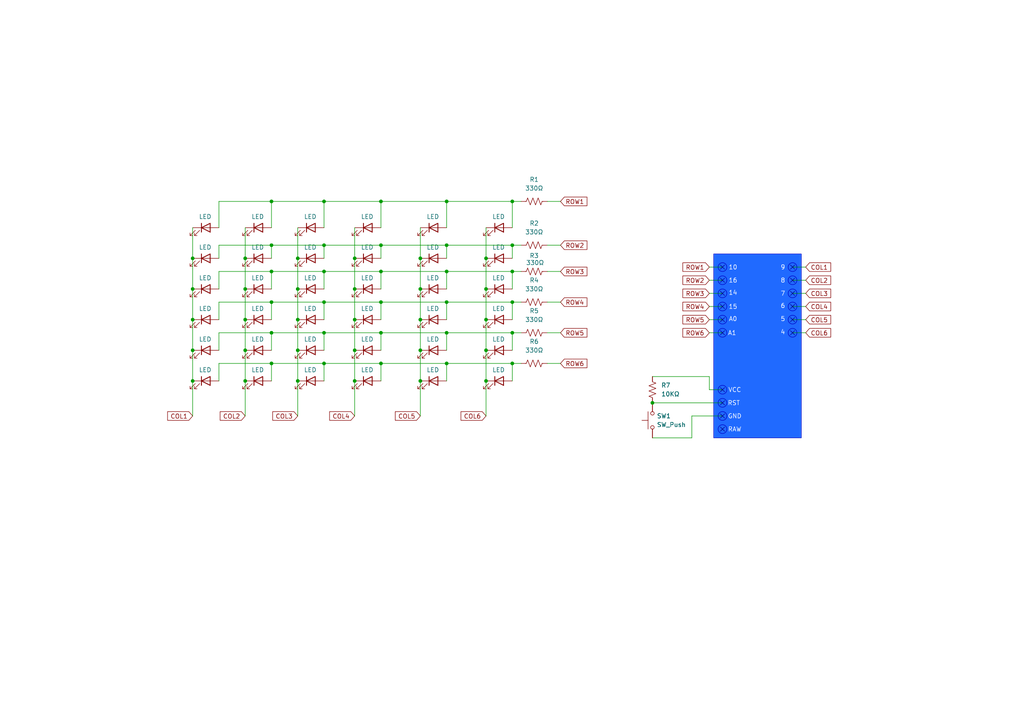
<source format=kicad_sch>
(kicad_sch
	(version 20231120)
	(generator "eeschema")
	(generator_version "8.0")
	(uuid "7f38f70b-02c2-4604-951e-01f4fcaa2467")
	(paper "A4")
	(lib_symbols
		(symbol "Device:LED"
			(pin_numbers hide)
			(pin_names
				(offset 1.016) hide)
			(exclude_from_sim no)
			(in_bom yes)
			(on_board yes)
			(property "Reference" "D"
				(at 0 2.54 0)
				(effects
					(font
						(size 1.27 1.27)
					)
				)
			)
			(property "Value" "LED"
				(at 0 -2.54 0)
				(effects
					(font
						(size 1.27 1.27)
					)
				)
			)
			(property "Footprint" ""
				(at 0 0 0)
				(effects
					(font
						(size 1.27 1.27)
					)
					(hide yes)
				)
			)
			(property "Datasheet" "~"
				(at 0 0 0)
				(effects
					(font
						(size 1.27 1.27)
					)
					(hide yes)
				)
			)
			(property "Description" "Light emitting diode"
				(at 0 0 0)
				(effects
					(font
						(size 1.27 1.27)
					)
					(hide yes)
				)
			)
			(property "ki_keywords" "LED diode"
				(at 0 0 0)
				(effects
					(font
						(size 1.27 1.27)
					)
					(hide yes)
				)
			)
			(property "ki_fp_filters" "LED* LED_SMD:* LED_THT:*"
				(at 0 0 0)
				(effects
					(font
						(size 1.27 1.27)
					)
					(hide yes)
				)
			)
			(symbol "LED_0_1"
				(polyline
					(pts
						(xy -1.27 -1.27) (xy -1.27 1.27)
					)
					(stroke
						(width 0.254)
						(type default)
					)
					(fill
						(type none)
					)
				)
				(polyline
					(pts
						(xy -1.27 0) (xy 1.27 0)
					)
					(stroke
						(width 0)
						(type default)
					)
					(fill
						(type none)
					)
				)
				(polyline
					(pts
						(xy 1.27 -1.27) (xy 1.27 1.27) (xy -1.27 0) (xy 1.27 -1.27)
					)
					(stroke
						(width 0.254)
						(type default)
					)
					(fill
						(type none)
					)
				)
				(polyline
					(pts
						(xy -3.048 -0.762) (xy -4.572 -2.286) (xy -3.81 -2.286) (xy -4.572 -2.286) (xy -4.572 -1.524)
					)
					(stroke
						(width 0)
						(type default)
					)
					(fill
						(type none)
					)
				)
				(polyline
					(pts
						(xy -1.778 -0.762) (xy -3.302 -2.286) (xy -2.54 -2.286) (xy -3.302 -2.286) (xy -3.302 -1.524)
					)
					(stroke
						(width 0)
						(type default)
					)
					(fill
						(type none)
					)
				)
			)
			(symbol "LED_1_1"
				(pin passive line
					(at -3.81 0 0)
					(length 2.54)
					(name "K"
						(effects
							(font
								(size 1.27 1.27)
							)
						)
					)
					(number "1"
						(effects
							(font
								(size 1.27 1.27)
							)
						)
					)
				)
				(pin passive line
					(at 3.81 0 180)
					(length 2.54)
					(name "A"
						(effects
							(font
								(size 1.27 1.27)
							)
						)
					)
					(number "2"
						(effects
							(font
								(size 1.27 1.27)
							)
						)
					)
				)
			)
		)
		(symbol "Device:R_US"
			(pin_numbers hide)
			(pin_names
				(offset 0)
			)
			(exclude_from_sim no)
			(in_bom yes)
			(on_board yes)
			(property "Reference" "R"
				(at 2.54 0 90)
				(effects
					(font
						(size 1.27 1.27)
					)
				)
			)
			(property "Value" "R_US"
				(at -2.54 0 90)
				(effects
					(font
						(size 1.27 1.27)
					)
				)
			)
			(property "Footprint" ""
				(at 1.016 -0.254 90)
				(effects
					(font
						(size 1.27 1.27)
					)
					(hide yes)
				)
			)
			(property "Datasheet" "~"
				(at 0 0 0)
				(effects
					(font
						(size 1.27 1.27)
					)
					(hide yes)
				)
			)
			(property "Description" "Resistor, US symbol"
				(at 0 0 0)
				(effects
					(font
						(size 1.27 1.27)
					)
					(hide yes)
				)
			)
			(property "ki_keywords" "R res resistor"
				(at 0 0 0)
				(effects
					(font
						(size 1.27 1.27)
					)
					(hide yes)
				)
			)
			(property "ki_fp_filters" "R_*"
				(at 0 0 0)
				(effects
					(font
						(size 1.27 1.27)
					)
					(hide yes)
				)
			)
			(symbol "R_US_0_1"
				(polyline
					(pts
						(xy 0 -2.286) (xy 0 -2.54)
					)
					(stroke
						(width 0)
						(type default)
					)
					(fill
						(type none)
					)
				)
				(polyline
					(pts
						(xy 0 2.286) (xy 0 2.54)
					)
					(stroke
						(width 0)
						(type default)
					)
					(fill
						(type none)
					)
				)
				(polyline
					(pts
						(xy 0 -0.762) (xy 1.016 -1.143) (xy 0 -1.524) (xy -1.016 -1.905) (xy 0 -2.286)
					)
					(stroke
						(width 0)
						(type default)
					)
					(fill
						(type none)
					)
				)
				(polyline
					(pts
						(xy 0 0.762) (xy 1.016 0.381) (xy 0 0) (xy -1.016 -0.381) (xy 0 -0.762)
					)
					(stroke
						(width 0)
						(type default)
					)
					(fill
						(type none)
					)
				)
				(polyline
					(pts
						(xy 0 2.286) (xy 1.016 1.905) (xy 0 1.524) (xy -1.016 1.143) (xy 0 0.762)
					)
					(stroke
						(width 0)
						(type default)
					)
					(fill
						(type none)
					)
				)
			)
			(symbol "R_US_1_1"
				(pin passive line
					(at 0 3.81 270)
					(length 1.27)
					(name "~"
						(effects
							(font
								(size 1.27 1.27)
							)
						)
					)
					(number "1"
						(effects
							(font
								(size 1.27 1.27)
							)
						)
					)
				)
				(pin passive line
					(at 0 -3.81 90)
					(length 1.27)
					(name "~"
						(effects
							(font
								(size 1.27 1.27)
							)
						)
					)
					(number "2"
						(effects
							(font
								(size 1.27 1.27)
							)
						)
					)
				)
			)
		)
		(symbol "Switch:SW_Push"
			(pin_numbers hide)
			(pin_names
				(offset 1.016) hide)
			(exclude_from_sim no)
			(in_bom yes)
			(on_board yes)
			(property "Reference" "SW"
				(at 1.27 2.54 0)
				(effects
					(font
						(size 1.27 1.27)
					)
					(justify left)
				)
			)
			(property "Value" "SW_Push"
				(at 0 -1.524 0)
				(effects
					(font
						(size 1.27 1.27)
					)
				)
			)
			(property "Footprint" ""
				(at 0 5.08 0)
				(effects
					(font
						(size 1.27 1.27)
					)
					(hide yes)
				)
			)
			(property "Datasheet" "~"
				(at 0 5.08 0)
				(effects
					(font
						(size 1.27 1.27)
					)
					(hide yes)
				)
			)
			(property "Description" "Push button switch, generic, two pins"
				(at 0 0 0)
				(effects
					(font
						(size 1.27 1.27)
					)
					(hide yes)
				)
			)
			(property "ki_keywords" "switch normally-open pushbutton push-button"
				(at 0 0 0)
				(effects
					(font
						(size 1.27 1.27)
					)
					(hide yes)
				)
			)
			(symbol "SW_Push_0_1"
				(circle
					(center -2.032 0)
					(radius 0.508)
					(stroke
						(width 0)
						(type default)
					)
					(fill
						(type none)
					)
				)
				(polyline
					(pts
						(xy 0 1.27) (xy 0 3.048)
					)
					(stroke
						(width 0)
						(type default)
					)
					(fill
						(type none)
					)
				)
				(polyline
					(pts
						(xy 2.54 1.27) (xy -2.54 1.27)
					)
					(stroke
						(width 0)
						(type default)
					)
					(fill
						(type none)
					)
				)
				(circle
					(center 2.032 0)
					(radius 0.508)
					(stroke
						(width 0)
						(type default)
					)
					(fill
						(type none)
					)
				)
				(pin passive line
					(at -5.08 0 0)
					(length 2.54)
					(name "1"
						(effects
							(font
								(size 1.27 1.27)
							)
						)
					)
					(number "1"
						(effects
							(font
								(size 1.27 1.27)
							)
						)
					)
				)
				(pin passive line
					(at 5.08 0 180)
					(length 2.54)
					(name "2"
						(effects
							(font
								(size 1.27 1.27)
							)
						)
					)
					(number "2"
						(effects
							(font
								(size 1.27 1.27)
							)
						)
					)
				)
			)
		)
	)
	(junction
		(at 110.49 105.41)
		(diameter 0)
		(color 0 0 0 0)
		(uuid "024e8eb9-c1ed-485c-bb4e-eb777f2259ea")
	)
	(junction
		(at 140.97 92.71)
		(diameter 0)
		(color 0 0 0 0)
		(uuid "03aff14a-dc51-42eb-b929-b4e4275d1c68")
	)
	(junction
		(at 189.23 116.84)
		(diameter 0)
		(color 0 0 0 0)
		(uuid "0b999626-d7a5-4b20-b2ad-614b932d6fbc")
	)
	(junction
		(at 102.87 92.71)
		(diameter 0)
		(color 0 0 0 0)
		(uuid "0c823d81-034b-40e5-9158-13661ac8696d")
	)
	(junction
		(at 86.36 92.71)
		(diameter 0)
		(color 0 0 0 0)
		(uuid "23c26cc7-3935-4a8d-b82e-749010ce414f")
	)
	(junction
		(at 55.88 101.6)
		(diameter 0)
		(color 0 0 0 0)
		(uuid "25076f7b-9695-476d-9ff5-a83af6dbd165")
	)
	(junction
		(at 71.12 110.49)
		(diameter 0)
		(color 0 0 0 0)
		(uuid "27918804-f8ba-4ef2-8163-b832fd82ec50")
	)
	(junction
		(at 148.59 78.74)
		(diameter 0)
		(color 0 0 0 0)
		(uuid "3285d4be-cbb0-45f7-ae2d-31d5654bf1ee")
	)
	(junction
		(at 110.49 78.74)
		(diameter 0)
		(color 0 0 0 0)
		(uuid "34fc8ed3-33c8-4051-a76e-1d532a957c26")
	)
	(junction
		(at 86.36 101.6)
		(diameter 0)
		(color 0 0 0 0)
		(uuid "508b6718-192b-4c26-86dd-72a2ac7a355d")
	)
	(junction
		(at 93.98 87.63)
		(diameter 0)
		(color 0 0 0 0)
		(uuid "5a299740-709d-43e5-a7ce-f5d2345e7c43")
	)
	(junction
		(at 129.54 87.63)
		(diameter 0)
		(color 0 0 0 0)
		(uuid "5ec83ae3-7a20-491b-8385-f3c812fd923f")
	)
	(junction
		(at 140.97 74.93)
		(diameter 0)
		(color 0 0 0 0)
		(uuid "601748e1-023e-4ce3-9608-46725cbf98f5")
	)
	(junction
		(at 129.54 78.74)
		(diameter 0)
		(color 0 0 0 0)
		(uuid "61ce5c79-59e1-4ce3-a33c-96c76be91cb0")
	)
	(junction
		(at 121.92 83.82)
		(diameter 0)
		(color 0 0 0 0)
		(uuid "62198f09-6057-498a-803c-b40823359e6f")
	)
	(junction
		(at 102.87 74.93)
		(diameter 0)
		(color 0 0 0 0)
		(uuid "6354006b-3780-4793-82d7-391253d88411")
	)
	(junction
		(at 129.54 105.41)
		(diameter 0)
		(color 0 0 0 0)
		(uuid "6d926be6-5d9f-40aa-a66e-7779d2e02629")
	)
	(junction
		(at 110.49 96.52)
		(diameter 0)
		(color 0 0 0 0)
		(uuid "70c811d3-9d3f-4ab9-82e7-88e342946502")
	)
	(junction
		(at 121.92 101.6)
		(diameter 0)
		(color 0 0 0 0)
		(uuid "7187cdc1-bf55-44a6-8092-33c9552645d6")
	)
	(junction
		(at 78.74 87.63)
		(diameter 0)
		(color 0 0 0 0)
		(uuid "71f9d828-cef7-4977-ab47-c28169aa8daa")
	)
	(junction
		(at 121.92 110.49)
		(diameter 0)
		(color 0 0 0 0)
		(uuid "727dc6f1-14ba-4714-a64f-4010a65dacf9")
	)
	(junction
		(at 110.49 58.42)
		(diameter 0)
		(color 0 0 0 0)
		(uuid "74cf8ac9-12d7-4e44-aaf2-9231283c3f5e")
	)
	(junction
		(at 148.59 105.41)
		(diameter 0)
		(color 0 0 0 0)
		(uuid "769bb4e5-b1dc-457a-96c1-bf5ac3910d1a")
	)
	(junction
		(at 71.12 92.71)
		(diameter 0)
		(color 0 0 0 0)
		(uuid "7b1928f9-d464-4cfb-be7e-d3f8bafed967")
	)
	(junction
		(at 129.54 71.12)
		(diameter 0)
		(color 0 0 0 0)
		(uuid "83be7eb8-85c4-4943-88bb-84bd86379ce1")
	)
	(junction
		(at 55.88 110.49)
		(diameter 0)
		(color 0 0 0 0)
		(uuid "86ecfe3c-5ee0-425a-94ea-8155410a7dce")
	)
	(junction
		(at 148.59 71.12)
		(diameter 0)
		(color 0 0 0 0)
		(uuid "87e2ad34-7f0d-4002-87b2-13fd51a5ca4c")
	)
	(junction
		(at 86.36 83.82)
		(diameter 0)
		(color 0 0 0 0)
		(uuid "98cdb0b4-540f-47f3-b47e-bcd7f9f4ae26")
	)
	(junction
		(at 121.92 92.71)
		(diameter 0)
		(color 0 0 0 0)
		(uuid "98d0d9a1-efcd-4ee8-beea-082a81c81792")
	)
	(junction
		(at 140.97 83.82)
		(diameter 0)
		(color 0 0 0 0)
		(uuid "9bafefff-500b-41c7-a4b7-bad9f24fa44c")
	)
	(junction
		(at 121.92 74.93)
		(diameter 0)
		(color 0 0 0 0)
		(uuid "9dcfce90-078b-499f-a7a9-53cd1590fc5d")
	)
	(junction
		(at 78.74 58.42)
		(diameter 0)
		(color 0 0 0 0)
		(uuid "a18425d8-d307-448c-89c3-f6b7ca9a0043")
	)
	(junction
		(at 78.74 78.74)
		(diameter 0)
		(color 0 0 0 0)
		(uuid "a4fd10da-f37e-4861-b40e-5b312a3d72de")
	)
	(junction
		(at 93.98 71.12)
		(diameter 0)
		(color 0 0 0 0)
		(uuid "a5ad8ae8-94ce-4180-b8a1-2b3410a01878")
	)
	(junction
		(at 78.74 71.12)
		(diameter 0)
		(color 0 0 0 0)
		(uuid "ac132330-e161-4c75-be5a-9eadaf10c707")
	)
	(junction
		(at 148.59 96.52)
		(diameter 0)
		(color 0 0 0 0)
		(uuid "afc43834-c836-4887-b03f-0ec1fc25974d")
	)
	(junction
		(at 140.97 101.6)
		(diameter 0)
		(color 0 0 0 0)
		(uuid "b3c2896c-bc20-425c-bdd1-7e12681dc08e")
	)
	(junction
		(at 93.98 105.41)
		(diameter 0)
		(color 0 0 0 0)
		(uuid "b5a2645e-1982-4a75-b3eb-ecb640823758")
	)
	(junction
		(at 78.74 105.41)
		(diameter 0)
		(color 0 0 0 0)
		(uuid "b7f1cd1e-41da-4b90-af5d-682af4f465dc")
	)
	(junction
		(at 55.88 83.82)
		(diameter 0)
		(color 0 0 0 0)
		(uuid "bf2b0eed-e455-4c9b-8ddd-8b033d9cbb68")
	)
	(junction
		(at 55.88 92.71)
		(diameter 0)
		(color 0 0 0 0)
		(uuid "bf4b0746-be92-43e1-9769-8078112958b7")
	)
	(junction
		(at 78.74 96.52)
		(diameter 0)
		(color 0 0 0 0)
		(uuid "c19e90bb-e785-4de3-88e7-80aa75085df0")
	)
	(junction
		(at 148.59 58.42)
		(diameter 0)
		(color 0 0 0 0)
		(uuid "c7ecdbbe-dac2-400f-aab6-5c83456f6e10")
	)
	(junction
		(at 129.54 58.42)
		(diameter 0)
		(color 0 0 0 0)
		(uuid "c8bdc894-fc58-4714-995c-7744ff699fbd")
	)
	(junction
		(at 110.49 71.12)
		(diameter 0)
		(color 0 0 0 0)
		(uuid "c8cea198-ac91-473d-9fcb-d74b0c45485b")
	)
	(junction
		(at 102.87 101.6)
		(diameter 0)
		(color 0 0 0 0)
		(uuid "c913a9f1-93c3-43bd-a791-7f96fbb7e911")
	)
	(junction
		(at 55.88 74.93)
		(diameter 0)
		(color 0 0 0 0)
		(uuid "c98b0941-61ca-4617-9902-fc6d3b63fa45")
	)
	(junction
		(at 93.98 58.42)
		(diameter 0)
		(color 0 0 0 0)
		(uuid "ca5e6f47-3ba8-4066-a758-034078fb61d3")
	)
	(junction
		(at 148.59 87.63)
		(diameter 0)
		(color 0 0 0 0)
		(uuid "ccbbfd08-85b7-4dfe-8443-0b4b742f1b24")
	)
	(junction
		(at 93.98 78.74)
		(diameter 0)
		(color 0 0 0 0)
		(uuid "d166ffec-835b-4ea1-a3fa-f77b0df87b19")
	)
	(junction
		(at 102.87 83.82)
		(diameter 0)
		(color 0 0 0 0)
		(uuid "d5867da5-39fc-4779-807a-82773aa08ebc")
	)
	(junction
		(at 110.49 87.63)
		(diameter 0)
		(color 0 0 0 0)
		(uuid "d933c139-1122-4664-92af-28d0cd9dcc80")
	)
	(junction
		(at 102.87 110.49)
		(diameter 0)
		(color 0 0 0 0)
		(uuid "e83374d5-c158-48c6-89cf-8e621de12e89")
	)
	(junction
		(at 86.36 110.49)
		(diameter 0)
		(color 0 0 0 0)
		(uuid "e97d4082-0b72-4800-9399-8a99613f6c34")
	)
	(junction
		(at 71.12 101.6)
		(diameter 0)
		(color 0 0 0 0)
		(uuid "ea77428b-80a2-4907-a2f2-c758ff68d033")
	)
	(junction
		(at 129.54 96.52)
		(diameter 0)
		(color 0 0 0 0)
		(uuid "eacbec5e-c8c3-43d9-a7bc-937d06f1d797")
	)
	(junction
		(at 71.12 74.93)
		(diameter 0)
		(color 0 0 0 0)
		(uuid "eb2c5b37-b785-4941-a7d8-982def1e6a9a")
	)
	(junction
		(at 86.36 74.93)
		(diameter 0)
		(color 0 0 0 0)
		(uuid "f023bc73-ba77-44b5-b691-66d0048c0e12")
	)
	(junction
		(at 140.97 110.49)
		(diameter 0)
		(color 0 0 0 0)
		(uuid "fba2fc20-daa1-44c5-baef-1b9c88f664ac")
	)
	(junction
		(at 93.98 96.52)
		(diameter 0)
		(color 0 0 0 0)
		(uuid "fdb4de43-3c27-4333-929e-d4fe4b7a7116")
	)
	(junction
		(at 71.12 83.82)
		(diameter 0)
		(color 0 0 0 0)
		(uuid "ffd09d00-a814-44dc-bbcf-1caf5de5cd33")
	)
	(no_connect
		(at 229.87 88.9)
		(uuid "023492df-30ee-4fab-8abf-55980fcb9766")
	)
	(no_connect
		(at 229.87 77.47)
		(uuid "02801976-8351-46df-a2e6-a303ddda31aa")
	)
	(no_connect
		(at 209.55 92.71)
		(uuid "14b07cb8-0f79-4e90-af9b-d14ee1754d5e")
	)
	(no_connect
		(at 229.87 96.52)
		(uuid "18454e25-823b-44a6-9b1b-6fbb0ce66b9d")
	)
	(no_connect
		(at 209.55 88.9)
		(uuid "21aa089d-0459-4494-95d5-3ae691cb1dd9")
	)
	(no_connect
		(at 229.87 92.71)
		(uuid "2a71bc2e-fb4d-4b91-962c-855df3b75ebd")
	)
	(no_connect
		(at 209.55 116.84)
		(uuid "36ea3a52-f2e4-4c03-bf1a-1ec8c11847a4")
	)
	(no_connect
		(at 229.87 81.28)
		(uuid "474449fb-e5f4-42a6-98ba-7b19ddc1643d")
	)
	(no_connect
		(at 209.55 96.52)
		(uuid "55202e1d-a860-416c-9f5c-0545b8e67e34")
	)
	(no_connect
		(at 209.55 120.65)
		(uuid "6bbcb738-c9b4-4c0d-bdd7-590a743c4be2")
	)
	(no_connect
		(at 209.55 81.28)
		(uuid "8a31384c-907f-4a1d-a58c-8171f806555a")
	)
	(no_connect
		(at 209.55 113.03)
		(uuid "8ffc8d7f-e0d2-4e0c-91a8-0eb7d8351c65")
	)
	(no_connect
		(at 209.55 77.47)
		(uuid "9024b39a-6e25-4040-8088-fcdcdaac5f3b")
	)
	(no_connect
		(at 209.55 124.46)
		(uuid "95a9d691-8508-4f8d-8393-aa90eb4cb5dd")
	)
	(no_connect
		(at 229.87 85.09)
		(uuid "ce1c8438-a74b-491e-a986-16d0424e43c0")
	)
	(no_connect
		(at 209.55 85.09)
		(uuid "dc51e856-d832-4d01-b725-c47257d334da")
	)
	(wire
		(pts
			(xy 151.13 105.41) (xy 148.59 105.41)
		)
		(stroke
			(width 0)
			(type default)
		)
		(uuid "042d6ed7-d519-4b86-ae07-b0529d93d8c0")
	)
	(wire
		(pts
			(xy 121.92 92.71) (xy 121.92 101.6)
		)
		(stroke
			(width 0)
			(type default)
		)
		(uuid "07e704ae-1873-4152-8103-f362209f2dbd")
	)
	(wire
		(pts
			(xy 93.98 87.63) (xy 93.98 92.71)
		)
		(stroke
			(width 0)
			(type default)
		)
		(uuid "088124f5-1623-44d3-b49f-ffaf0ecb2b43")
	)
	(wire
		(pts
			(xy 63.5 110.49) (xy 63.5 105.41)
		)
		(stroke
			(width 0)
			(type default)
		)
		(uuid "094a5258-bfd5-474c-9410-6da82fa75065")
	)
	(wire
		(pts
			(xy 93.98 105.41) (xy 110.49 105.41)
		)
		(stroke
			(width 0)
			(type default)
		)
		(uuid "0a1b54f1-77b5-4153-94f0-48d71eacf2ca")
	)
	(wire
		(pts
			(xy 102.87 66.04) (xy 102.87 74.93)
		)
		(stroke
			(width 0)
			(type default)
		)
		(uuid "0b6d8f15-9fe8-42b8-baf0-0bd946c93f40")
	)
	(wire
		(pts
			(xy 121.92 66.04) (xy 121.92 74.93)
		)
		(stroke
			(width 0)
			(type default)
		)
		(uuid "0c757800-cd5d-42d9-97b4-71efad4ffe26")
	)
	(wire
		(pts
			(xy 148.59 105.41) (xy 148.59 110.49)
		)
		(stroke
			(width 0)
			(type default)
		)
		(uuid "0e9846f5-5f65-4899-9c27-f553b3dfdda3")
	)
	(wire
		(pts
			(xy 121.92 83.82) (xy 121.92 92.71)
		)
		(stroke
			(width 0)
			(type default)
		)
		(uuid "10d6437a-2ea4-4d44-87cf-0cfa87d3b2f5")
	)
	(wire
		(pts
			(xy 200.66 120.65) (xy 209.55 120.65)
		)
		(stroke
			(width 0)
			(type default)
		)
		(uuid "1100097b-c1e9-4880-a469-df0bea67844e")
	)
	(wire
		(pts
			(xy 86.36 83.82) (xy 86.36 92.71)
		)
		(stroke
			(width 0)
			(type default)
		)
		(uuid "17fb5624-25f8-4f72-876d-c728e9163802")
	)
	(wire
		(pts
			(xy 189.23 127) (xy 200.66 127)
		)
		(stroke
			(width 0)
			(type default)
		)
		(uuid "194a094e-ade9-4d3b-9917-7989ee2cace1")
	)
	(wire
		(pts
			(xy 229.87 92.71) (xy 233.68 92.71)
		)
		(stroke
			(width 0)
			(type default)
		)
		(uuid "198b3ecd-bd54-4c3c-aa69-f80177ee1ea3")
	)
	(wire
		(pts
			(xy 93.98 96.52) (xy 93.98 101.6)
		)
		(stroke
			(width 0)
			(type default)
		)
		(uuid "1ade5e09-1780-456f-afe3-c869edb5e228")
	)
	(wire
		(pts
			(xy 229.87 77.47) (xy 233.68 77.47)
		)
		(stroke
			(width 0)
			(type default)
		)
		(uuid "1baebf27-9624-4e43-b0db-acbeaec2d0a1")
	)
	(wire
		(pts
			(xy 78.74 105.41) (xy 93.98 105.41)
		)
		(stroke
			(width 0)
			(type default)
		)
		(uuid "1bedede2-f8ec-48fb-99b8-cfc4f4f77b6e")
	)
	(wire
		(pts
			(xy 158.75 87.63) (xy 162.56 87.63)
		)
		(stroke
			(width 0)
			(type default)
		)
		(uuid "1c0c5db3-44fd-47cf-9b10-ccd7b06e6e73")
	)
	(wire
		(pts
			(xy 110.49 58.42) (xy 129.54 58.42)
		)
		(stroke
			(width 0)
			(type default)
		)
		(uuid "1fc0ef0c-31c7-4e6a-9f35-a07c8f47c921")
	)
	(wire
		(pts
			(xy 63.5 83.82) (xy 63.5 78.74)
		)
		(stroke
			(width 0)
			(type default)
		)
		(uuid "20159c18-c064-4437-a0a9-b0a56a590141")
	)
	(wire
		(pts
			(xy 93.98 71.12) (xy 110.49 71.12)
		)
		(stroke
			(width 0)
			(type default)
		)
		(uuid "20fa3a8f-75be-493b-8595-a8e7e61d6531")
	)
	(wire
		(pts
			(xy 86.36 74.93) (xy 86.36 83.82)
		)
		(stroke
			(width 0)
			(type default)
		)
		(uuid "247ccd1c-7f5b-4e41-b638-adc31c883516")
	)
	(wire
		(pts
			(xy 229.87 85.09) (xy 233.68 85.09)
		)
		(stroke
			(width 0)
			(type default)
		)
		(uuid "25f43ed1-c949-409c-9436-7cf6456ce0f8")
	)
	(wire
		(pts
			(xy 71.12 110.49) (xy 71.12 120.65)
		)
		(stroke
			(width 0)
			(type default)
		)
		(uuid "26a2c140-f79f-4acc-8c32-94a3c0695d71")
	)
	(wire
		(pts
			(xy 205.74 92.71) (xy 209.55 92.71)
		)
		(stroke
			(width 0)
			(type default)
		)
		(uuid "29118283-54cb-4696-8f20-6bde940194bd")
	)
	(wire
		(pts
			(xy 121.92 110.49) (xy 121.92 120.65)
		)
		(stroke
			(width 0)
			(type default)
		)
		(uuid "2d48f1cf-9918-4040-8611-d8c71b6340b0")
	)
	(wire
		(pts
			(xy 93.98 87.63) (xy 110.49 87.63)
		)
		(stroke
			(width 0)
			(type default)
		)
		(uuid "2d808e0c-ffd6-4a2b-8ce6-e065e758ac13")
	)
	(wire
		(pts
			(xy 205.74 81.28) (xy 209.55 81.28)
		)
		(stroke
			(width 0)
			(type default)
		)
		(uuid "2e74c3f1-13cb-4eba-a877-468737d3cf4f")
	)
	(wire
		(pts
			(xy 140.97 110.49) (xy 140.97 101.6)
		)
		(stroke
			(width 0)
			(type default)
		)
		(uuid "2e9201a8-42e3-4938-aab2-38d7e5747489")
	)
	(wire
		(pts
			(xy 86.36 101.6) (xy 86.36 110.49)
		)
		(stroke
			(width 0)
			(type default)
		)
		(uuid "2f37f4fd-0d1c-44f7-98c7-8d3015fae3a0")
	)
	(wire
		(pts
			(xy 140.97 66.04) (xy 140.97 74.93)
		)
		(stroke
			(width 0)
			(type default)
		)
		(uuid "3105e7e3-52fe-4214-8041-0448531ac9b6")
	)
	(wire
		(pts
			(xy 71.12 92.71) (xy 71.12 101.6)
		)
		(stroke
			(width 0)
			(type default)
		)
		(uuid "312e3f97-cc81-4546-8512-1f1c968e913a")
	)
	(wire
		(pts
			(xy 205.74 85.09) (xy 209.55 85.09)
		)
		(stroke
			(width 0)
			(type default)
		)
		(uuid "318bff83-191a-4037-8ddc-2eb716e966f9")
	)
	(wire
		(pts
			(xy 55.88 101.6) (xy 55.88 110.49)
		)
		(stroke
			(width 0)
			(type default)
		)
		(uuid "329ddc82-41d3-484d-b061-e7e1dd53f597")
	)
	(wire
		(pts
			(xy 229.87 88.9) (xy 233.68 88.9)
		)
		(stroke
			(width 0)
			(type default)
		)
		(uuid "330e4574-a864-4514-aeda-f8c2589c5530")
	)
	(wire
		(pts
			(xy 140.97 110.49) (xy 140.97 120.65)
		)
		(stroke
			(width 0)
			(type default)
		)
		(uuid "3593d4d9-aec0-4923-acd8-aa9f53c0a6ab")
	)
	(wire
		(pts
			(xy 71.12 74.93) (xy 71.12 83.82)
		)
		(stroke
			(width 0)
			(type default)
		)
		(uuid "36b90dfe-5726-44c2-b62f-a5d3257c4eef")
	)
	(wire
		(pts
			(xy 140.97 83.82) (xy 140.97 92.71)
		)
		(stroke
			(width 0)
			(type default)
		)
		(uuid "38fd6043-1730-46fb-93cb-ed8246452a82")
	)
	(wire
		(pts
			(xy 63.5 87.63) (xy 78.74 87.63)
		)
		(stroke
			(width 0)
			(type default)
		)
		(uuid "3a941714-b5c3-453f-b9b0-cb3e52f1f686")
	)
	(wire
		(pts
			(xy 140.97 92.71) (xy 140.97 101.6)
		)
		(stroke
			(width 0)
			(type default)
		)
		(uuid "3d847bc8-4b5e-4220-844a-796a4999c658")
	)
	(wire
		(pts
			(xy 229.87 81.28) (xy 233.68 81.28)
		)
		(stroke
			(width 0)
			(type default)
		)
		(uuid "3ddf1ca9-e401-465a-9961-e36629e45e6f")
	)
	(wire
		(pts
			(xy 189.23 109.22) (xy 205.74 109.22)
		)
		(stroke
			(width 0)
			(type default)
		)
		(uuid "3df450c6-a120-49b4-bef2-e0ab1d16e5c0")
	)
	(wire
		(pts
			(xy 78.74 87.63) (xy 93.98 87.63)
		)
		(stroke
			(width 0)
			(type default)
		)
		(uuid "40a07853-8984-43d2-80f4-077d293ba4fd")
	)
	(wire
		(pts
			(xy 129.54 78.74) (xy 148.59 78.74)
		)
		(stroke
			(width 0)
			(type default)
		)
		(uuid "472b51f3-6bc2-4f95-9d80-c278626a406a")
	)
	(wire
		(pts
			(xy 110.49 105.41) (xy 110.49 110.49)
		)
		(stroke
			(width 0)
			(type default)
		)
		(uuid "4a0d8658-e093-443a-b063-2e8ed9a16a2c")
	)
	(wire
		(pts
			(xy 102.87 74.93) (xy 102.87 83.82)
		)
		(stroke
			(width 0)
			(type default)
		)
		(uuid "4d31044e-e676-46d5-846b-af2cb08dbd25")
	)
	(wire
		(pts
			(xy 78.74 58.42) (xy 78.74 66.04)
		)
		(stroke
			(width 0)
			(type default)
		)
		(uuid "4dc783eb-bd3d-47fc-b80e-dbc0d348b090")
	)
	(wire
		(pts
			(xy 110.49 78.74) (xy 110.49 83.82)
		)
		(stroke
			(width 0)
			(type default)
		)
		(uuid "4fce8952-4829-4d3e-8262-c90ab1083c28")
	)
	(wire
		(pts
			(xy 110.49 78.74) (xy 129.54 78.74)
		)
		(stroke
			(width 0)
			(type default)
		)
		(uuid "51bb0075-fa6f-468f-8b59-59bdc92c5a14")
	)
	(wire
		(pts
			(xy 148.59 96.52) (xy 148.59 101.6)
		)
		(stroke
			(width 0)
			(type default)
		)
		(uuid "52569986-fdfa-4586-a72e-2543a3135e34")
	)
	(wire
		(pts
			(xy 129.54 71.12) (xy 129.54 74.93)
		)
		(stroke
			(width 0)
			(type default)
		)
		(uuid "542c33a2-2b62-4058-92d3-5a5bfe50fd63")
	)
	(wire
		(pts
			(xy 102.87 101.6) (xy 102.87 92.71)
		)
		(stroke
			(width 0)
			(type default)
		)
		(uuid "54b9860e-a384-483d-826d-6ef7a5dd3f4e")
	)
	(wire
		(pts
			(xy 63.5 92.71) (xy 63.5 87.63)
		)
		(stroke
			(width 0)
			(type default)
		)
		(uuid "55c4c593-b215-434f-8cdf-3125b8d58561")
	)
	(wire
		(pts
			(xy 110.49 87.63) (xy 129.54 87.63)
		)
		(stroke
			(width 0)
			(type default)
		)
		(uuid "58e62bb2-f840-4a6b-88b8-42ecc3a68c10")
	)
	(wire
		(pts
			(xy 158.75 58.42) (xy 162.56 58.42)
		)
		(stroke
			(width 0)
			(type default)
		)
		(uuid "5b183900-8d55-40bc-b4b7-8189040a865a")
	)
	(wire
		(pts
			(xy 78.74 87.63) (xy 78.74 92.71)
		)
		(stroke
			(width 0)
			(type default)
		)
		(uuid "5d6f3e99-4e0a-4469-92f3-3a57d26f6978")
	)
	(wire
		(pts
			(xy 63.5 101.6) (xy 63.5 96.52)
		)
		(stroke
			(width 0)
			(type default)
		)
		(uuid "62fe97c5-6f2e-44e9-ab45-175086be8ab8")
	)
	(wire
		(pts
			(xy 148.59 78.74) (xy 148.59 83.82)
		)
		(stroke
			(width 0)
			(type default)
		)
		(uuid "65b46552-93ca-49f6-af45-dfc75caca367")
	)
	(wire
		(pts
			(xy 158.75 78.74) (xy 162.56 78.74)
		)
		(stroke
			(width 0)
			(type default)
		)
		(uuid "66f3c484-d3c7-4802-a6dd-f12b44ddf2f8")
	)
	(wire
		(pts
			(xy 63.5 71.12) (xy 78.74 71.12)
		)
		(stroke
			(width 0)
			(type default)
		)
		(uuid "6a67ccb4-faee-4915-8b6b-d4c579e0e878")
	)
	(wire
		(pts
			(xy 93.98 105.41) (xy 93.98 110.49)
		)
		(stroke
			(width 0)
			(type default)
		)
		(uuid "6b1981fb-e999-4cfc-935a-afba69ccf6b9")
	)
	(wire
		(pts
			(xy 86.36 92.71) (xy 86.36 101.6)
		)
		(stroke
			(width 0)
			(type default)
		)
		(uuid "6c63c242-d2ce-472a-a73a-a07c124ece2f")
	)
	(wire
		(pts
			(xy 78.74 71.12) (xy 93.98 71.12)
		)
		(stroke
			(width 0)
			(type default)
		)
		(uuid "6e25d343-9209-4c9d-a649-f420e12b64ce")
	)
	(wire
		(pts
			(xy 102.87 92.71) (xy 102.87 83.82)
		)
		(stroke
			(width 0)
			(type default)
		)
		(uuid "6fd1828c-7f06-4a04-b4cc-266e7a4a8c6a")
	)
	(wire
		(pts
			(xy 148.59 71.12) (xy 151.13 71.12)
		)
		(stroke
			(width 0)
			(type default)
		)
		(uuid "7244106e-39cf-4e7f-bfdd-fba96d677925")
	)
	(wire
		(pts
			(xy 151.13 58.42) (xy 148.59 58.42)
		)
		(stroke
			(width 0)
			(type default)
		)
		(uuid "7290ff89-80e8-4ac2-acad-0657f930e46f")
	)
	(wire
		(pts
			(xy 63.5 105.41) (xy 78.74 105.41)
		)
		(stroke
			(width 0)
			(type default)
		)
		(uuid "740c4ed2-931f-4842-b6de-7b8affb2b9c5")
	)
	(wire
		(pts
			(xy 205.74 96.52) (xy 209.55 96.52)
		)
		(stroke
			(width 0)
			(type default)
		)
		(uuid "743b91c9-943c-407e-beee-386ea913f66d")
	)
	(wire
		(pts
			(xy 63.5 74.93) (xy 63.5 71.12)
		)
		(stroke
			(width 0)
			(type default)
		)
		(uuid "75345f69-ec8f-4112-a614-d3b7996281e0")
	)
	(wire
		(pts
			(xy 129.54 78.74) (xy 129.54 83.82)
		)
		(stroke
			(width 0)
			(type default)
		)
		(uuid "76161ee9-085e-4732-b344-fef7885d41a1")
	)
	(wire
		(pts
			(xy 78.74 71.12) (xy 78.74 74.93)
		)
		(stroke
			(width 0)
			(type default)
		)
		(uuid "7684260e-c70e-4d50-9e67-673838cc4086")
	)
	(wire
		(pts
			(xy 148.59 87.63) (xy 148.59 92.71)
		)
		(stroke
			(width 0)
			(type default)
		)
		(uuid "7707a9d7-bc8b-4776-bc38-dffc2de94d99")
	)
	(wire
		(pts
			(xy 229.87 96.52) (xy 233.68 96.52)
		)
		(stroke
			(width 0)
			(type default)
		)
		(uuid "7b2f1917-8d75-41e9-8fca-e01d4f92e9df")
	)
	(wire
		(pts
			(xy 93.98 78.74) (xy 93.98 83.82)
		)
		(stroke
			(width 0)
			(type default)
		)
		(uuid "7d72571f-8149-4c2b-8e37-0c7a78ce56f2")
	)
	(wire
		(pts
			(xy 102.87 110.49) (xy 102.87 120.65)
		)
		(stroke
			(width 0)
			(type default)
		)
		(uuid "869a2c0f-288e-4d56-ab7d-00d12a50ef8e")
	)
	(wire
		(pts
			(xy 63.5 78.74) (xy 78.74 78.74)
		)
		(stroke
			(width 0)
			(type default)
		)
		(uuid "8763566e-d226-4a01-a0bd-a708da2841ed")
	)
	(wire
		(pts
			(xy 55.88 83.82) (xy 55.88 92.71)
		)
		(stroke
			(width 0)
			(type default)
		)
		(uuid "8a3f8af2-3353-46e8-94a4-e8bed6449f89")
	)
	(wire
		(pts
			(xy 110.49 71.12) (xy 129.54 71.12)
		)
		(stroke
			(width 0)
			(type default)
		)
		(uuid "8bb82a41-42c2-4ed2-8851-9318afabb8d2")
	)
	(wire
		(pts
			(xy 110.49 96.52) (xy 110.49 101.6)
		)
		(stroke
			(width 0)
			(type default)
		)
		(uuid "8bb91365-5e7a-4354-9141-ab8a4391b0af")
	)
	(wire
		(pts
			(xy 86.36 66.04) (xy 86.36 74.93)
		)
		(stroke
			(width 0)
			(type default)
		)
		(uuid "8cc61c8f-ff27-47e6-bcf3-c7e95c93e464")
	)
	(wire
		(pts
			(xy 205.74 77.47) (xy 209.55 77.47)
		)
		(stroke
			(width 0)
			(type default)
		)
		(uuid "9926b8b1-cd46-4daa-bb62-ab9deeaa93cb")
	)
	(wire
		(pts
			(xy 71.12 66.04) (xy 71.12 74.93)
		)
		(stroke
			(width 0)
			(type default)
		)
		(uuid "9bca52c7-928a-4c75-b26c-cefe8c3ab9ca")
	)
	(wire
		(pts
			(xy 148.59 71.12) (xy 148.59 74.93)
		)
		(stroke
			(width 0)
			(type default)
		)
		(uuid "a0475191-2a4e-4e56-a65e-ffe10e4af858")
	)
	(wire
		(pts
			(xy 129.54 87.63) (xy 129.54 92.71)
		)
		(stroke
			(width 0)
			(type default)
		)
		(uuid "a24f1733-d048-444e-a0cf-0992a0eca8e1")
	)
	(wire
		(pts
			(xy 129.54 58.42) (xy 129.54 66.04)
		)
		(stroke
			(width 0)
			(type default)
		)
		(uuid "a822ec35-75ad-42c3-9b70-ecf4b1354ef7")
	)
	(wire
		(pts
			(xy 205.74 109.22) (xy 205.74 113.03)
		)
		(stroke
			(width 0)
			(type default)
		)
		(uuid "a9e3cc72-afb6-4c95-8c83-2fc2c89394bd")
	)
	(wire
		(pts
			(xy 189.23 116.84) (xy 209.55 116.84)
		)
		(stroke
			(width 0)
			(type default)
		)
		(uuid "aa5132b4-5f44-4b18-ad18-45e411a84e6d")
	)
	(wire
		(pts
			(xy 129.54 105.41) (xy 148.59 105.41)
		)
		(stroke
			(width 0)
			(type default)
		)
		(uuid "b2711d35-ea39-49be-9032-89a1ad1c4def")
	)
	(wire
		(pts
			(xy 205.74 88.9) (xy 209.55 88.9)
		)
		(stroke
			(width 0)
			(type default)
		)
		(uuid "b2ea8aa0-2add-47e0-926c-295c72359ab3")
	)
	(wire
		(pts
			(xy 55.88 74.93) (xy 55.88 83.82)
		)
		(stroke
			(width 0)
			(type default)
		)
		(uuid "b305fc14-a3cc-41ab-bdbc-fa8488c0fc0f")
	)
	(wire
		(pts
			(xy 151.13 78.74) (xy 148.59 78.74)
		)
		(stroke
			(width 0)
			(type default)
		)
		(uuid "b545f770-d8bf-4c60-951a-38923d152e5c")
	)
	(wire
		(pts
			(xy 158.75 96.52) (xy 162.56 96.52)
		)
		(stroke
			(width 0)
			(type default)
		)
		(uuid "b829452d-d711-40d3-a7bf-4b1e098d48e7")
	)
	(wire
		(pts
			(xy 78.74 78.74) (xy 93.98 78.74)
		)
		(stroke
			(width 0)
			(type default)
		)
		(uuid "b8efd000-2ba7-4fec-8d8f-2440b96b6a1e")
	)
	(wire
		(pts
			(xy 148.59 58.42) (xy 148.59 66.04)
		)
		(stroke
			(width 0)
			(type default)
		)
		(uuid "b8fab617-5ba2-4f46-a481-16984d235134")
	)
	(wire
		(pts
			(xy 110.49 58.42) (xy 110.49 66.04)
		)
		(stroke
			(width 0)
			(type default)
		)
		(uuid "bb328185-bd02-4c1b-bcd7-e58312f7b795")
	)
	(wire
		(pts
			(xy 55.88 92.71) (xy 55.88 101.6)
		)
		(stroke
			(width 0)
			(type default)
		)
		(uuid "bb83a4b5-622a-400c-8746-4388f22a2585")
	)
	(wire
		(pts
			(xy 78.74 105.41) (xy 78.74 110.49)
		)
		(stroke
			(width 0)
			(type default)
		)
		(uuid "bc1ea2de-d943-464c-b9b6-0eddb179ca12")
	)
	(wire
		(pts
			(xy 102.87 110.49) (xy 102.87 101.6)
		)
		(stroke
			(width 0)
			(type default)
		)
		(uuid "be5dc3c6-30f3-403b-9d6f-4085922906c5")
	)
	(wire
		(pts
			(xy 158.75 105.41) (xy 162.56 105.41)
		)
		(stroke
			(width 0)
			(type default)
		)
		(uuid "bf6c7de5-aed1-4318-be31-816e97715100")
	)
	(wire
		(pts
			(xy 110.49 105.41) (xy 129.54 105.41)
		)
		(stroke
			(width 0)
			(type default)
		)
		(uuid "c193a9ca-4046-4b48-8c99-bae7132e5aea")
	)
	(wire
		(pts
			(xy 63.5 66.04) (xy 63.5 58.42)
		)
		(stroke
			(width 0)
			(type default)
		)
		(uuid "c581e0f4-117e-4806-a906-90b2f8e48918")
	)
	(wire
		(pts
			(xy 71.12 101.6) (xy 71.12 110.49)
		)
		(stroke
			(width 0)
			(type default)
		)
		(uuid "c581ed34-5afe-4598-b568-c87ec95abb21")
	)
	(wire
		(pts
			(xy 78.74 96.52) (xy 93.98 96.52)
		)
		(stroke
			(width 0)
			(type default)
		)
		(uuid "c9edf27c-835d-4291-b902-6a045a37ee10")
	)
	(wire
		(pts
			(xy 110.49 96.52) (xy 129.54 96.52)
		)
		(stroke
			(width 0)
			(type default)
		)
		(uuid "d083c1f3-aac7-4b94-b939-c30a2ec017fc")
	)
	(wire
		(pts
			(xy 129.54 105.41) (xy 129.54 110.49)
		)
		(stroke
			(width 0)
			(type default)
		)
		(uuid "d21a890a-afe5-4dc5-be5d-08beebe0bceb")
	)
	(wire
		(pts
			(xy 78.74 96.52) (xy 78.74 101.6)
		)
		(stroke
			(width 0)
			(type default)
		)
		(uuid "d22fe371-96bb-4535-b96d-b235bdc448b3")
	)
	(wire
		(pts
			(xy 93.98 71.12) (xy 93.98 74.93)
		)
		(stroke
			(width 0)
			(type default)
		)
		(uuid "d314dd45-c634-45e2-b5ee-923e4768ccfe")
	)
	(wire
		(pts
			(xy 129.54 96.52) (xy 148.59 96.52)
		)
		(stroke
			(width 0)
			(type default)
		)
		(uuid "d3a2bfd0-d40b-4a6a-b3e7-0d8dc9877b58")
	)
	(wire
		(pts
			(xy 151.13 87.63) (xy 148.59 87.63)
		)
		(stroke
			(width 0)
			(type default)
		)
		(uuid "d4db3391-918a-4b3a-9527-fd5277dee9d0")
	)
	(wire
		(pts
			(xy 140.97 74.93) (xy 140.97 83.82)
		)
		(stroke
			(width 0)
			(type default)
		)
		(uuid "d73f701f-e9df-4e68-a859-4d3d6678ad46")
	)
	(wire
		(pts
			(xy 129.54 58.42) (xy 148.59 58.42)
		)
		(stroke
			(width 0)
			(type default)
		)
		(uuid "d8551290-afae-4759-b6d5-bb212c687fd6")
	)
	(wire
		(pts
			(xy 63.5 96.52) (xy 78.74 96.52)
		)
		(stroke
			(width 0)
			(type default)
		)
		(uuid "d97b4e69-0c2f-4feb-99bc-63713ce7ffec")
	)
	(wire
		(pts
			(xy 158.75 71.12) (xy 162.56 71.12)
		)
		(stroke
			(width 0)
			(type default)
		)
		(uuid "da5978d0-41b4-4be6-b5ea-d31ff4b60c0b")
	)
	(wire
		(pts
			(xy 55.88 66.04) (xy 55.88 74.93)
		)
		(stroke
			(width 0)
			(type default)
		)
		(uuid "db775af5-c8a7-4756-9b94-ccf255233f91")
	)
	(wire
		(pts
			(xy 129.54 87.63) (xy 148.59 87.63)
		)
		(stroke
			(width 0)
			(type default)
		)
		(uuid "dd7017b0-3b11-464d-acb8-99a44f7fefd6")
	)
	(wire
		(pts
			(xy 129.54 96.52) (xy 129.54 101.6)
		)
		(stroke
			(width 0)
			(type default)
		)
		(uuid "ddacc5a0-80d1-4042-881e-5936be87defd")
	)
	(wire
		(pts
			(xy 200.66 127) (xy 200.66 120.65)
		)
		(stroke
			(width 0)
			(type default)
		)
		(uuid "de99941d-b7ac-4bd5-8659-47623df232fb")
	)
	(wire
		(pts
			(xy 121.92 101.6) (xy 121.92 110.49)
		)
		(stroke
			(width 0)
			(type default)
		)
		(uuid "df002ef3-ff11-4676-91e8-1839c680daca")
	)
	(wire
		(pts
			(xy 110.49 87.63) (xy 110.49 92.71)
		)
		(stroke
			(width 0)
			(type default)
		)
		(uuid "dfacd258-6294-4dfe-95dd-08a68f4f24cf")
	)
	(wire
		(pts
			(xy 93.98 58.42) (xy 93.98 66.04)
		)
		(stroke
			(width 0)
			(type default)
		)
		(uuid "e08c8885-d08f-4979-a159-f62a9fe51283")
	)
	(wire
		(pts
			(xy 93.98 78.74) (xy 110.49 78.74)
		)
		(stroke
			(width 0)
			(type default)
		)
		(uuid "e09b45bc-c498-4847-b522-71f088553bb8")
	)
	(wire
		(pts
			(xy 121.92 74.93) (xy 121.92 83.82)
		)
		(stroke
			(width 0)
			(type default)
		)
		(uuid "ed0bdf66-e330-439d-b1a7-4e051bd9275a")
	)
	(wire
		(pts
			(xy 71.12 83.82) (xy 71.12 92.71)
		)
		(stroke
			(width 0)
			(type default)
		)
		(uuid "ef124929-15f8-4b79-a5e7-6c8bf0915bbf")
	)
	(wire
		(pts
			(xy 78.74 58.42) (xy 93.98 58.42)
		)
		(stroke
			(width 0)
			(type default)
		)
		(uuid "ef5a91ab-e9b6-40b1-a12d-fb1858fcfcd7")
	)
	(wire
		(pts
			(xy 55.88 110.49) (xy 55.88 120.65)
		)
		(stroke
			(width 0)
			(type default)
		)
		(uuid "efa4d6c7-5b05-4faf-a1bb-fc808ae2d5e6")
	)
	(wire
		(pts
			(xy 86.36 110.49) (xy 86.36 120.65)
		)
		(stroke
			(width 0)
			(type default)
		)
		(uuid "f2883f75-57e8-45c2-85af-31aebc0fcf11")
	)
	(wire
		(pts
			(xy 151.13 96.52) (xy 148.59 96.52)
		)
		(stroke
			(width 0)
			(type default)
		)
		(uuid "f3287dc1-7b81-41a5-b0a0-9fbcb5987cd4")
	)
	(wire
		(pts
			(xy 93.98 96.52) (xy 110.49 96.52)
		)
		(stroke
			(width 0)
			(type default)
		)
		(uuid "f431d020-9d4f-4649-a5e5-b00be5008502")
	)
	(wire
		(pts
			(xy 78.74 78.74) (xy 78.74 83.82)
		)
		(stroke
			(width 0)
			(type default)
		)
		(uuid "f5c6c760-62ee-4572-aa4a-4e556136500c")
	)
	(wire
		(pts
			(xy 129.54 71.12) (xy 148.59 71.12)
		)
		(stroke
			(width 0)
			(type default)
		)
		(uuid "f7ad5b2f-7fbc-445d-be67-77768c070656")
	)
	(wire
		(pts
			(xy 93.98 58.42) (xy 110.49 58.42)
		)
		(stroke
			(width 0)
			(type default)
		)
		(uuid "fb39a4d7-b3fe-4bb8-a95e-175019dcffb7")
	)
	(wire
		(pts
			(xy 63.5 58.42) (xy 78.74 58.42)
		)
		(stroke
			(width 0)
			(type default)
		)
		(uuid "fc806687-628e-457b-9b83-9f5485cddfa4")
	)
	(wire
		(pts
			(xy 205.74 113.03) (xy 209.55 113.03)
		)
		(stroke
			(width 0)
			(type default)
		)
		(uuid "fd4d3151-ff85-4dd1-a00f-7470fde84015")
	)
	(wire
		(pts
			(xy 110.49 71.12) (xy 110.49 74.93)
		)
		(stroke
			(width 0)
			(type default)
		)
		(uuid "ffdb9436-7793-48f9-88a3-3b6babbbd731")
	)
	(rectangle
		(start 207.01 73.66)
		(end 232.41 127)
		(stroke
			(width 0)
			(type default)
		)
		(fill
			(type color)
			(color 32 106 255 1)
		)
		(uuid 1588e0f7-e1a6-4308-b6c8-9b7f0751d0fb)
	)
	(circle
		(center 229.87 88.9)
		(radius 1.27)
		(stroke
			(width 0)
			(type default)
		)
		(fill
			(type none)
		)
		(uuid 15d9f544-a4ed-4a39-a96e-b8d688fee6f1)
	)
	(circle
		(center 209.55 113.03)
		(radius 1.27)
		(stroke
			(width 0)
			(type default)
		)
		(fill
			(type none)
		)
		(uuid 1b4f0980-3e8a-46ab-acb6-6a7faa8568ff)
	)
	(circle
		(center 209.55 92.71)
		(radius 1.27)
		(stroke
			(width 0)
			(type default)
		)
		(fill
			(type none)
		)
		(uuid 29409ba3-ce0a-40e2-9c56-76d6ce92d938)
	)
	(circle
		(center 229.87 77.47)
		(radius 1.27)
		(stroke
			(width 0)
			(type default)
		)
		(fill
			(type none)
		)
		(uuid 43c7f6f3-6c3e-4ab6-a579-b126c3204111)
	)
	(circle
		(center 209.55 96.52)
		(radius 1.27)
		(stroke
			(width 0)
			(type default)
		)
		(fill
			(type none)
		)
		(uuid 5835d014-1303-4c8d-9725-d89390da106b)
	)
	(circle
		(center 209.55 77.47)
		(radius 1.27)
		(stroke
			(width 0)
			(type default)
		)
		(fill
			(type none)
		)
		(uuid 5ad5c5cc-86bf-4e4d-b8d5-31a242347b16)
	)
	(circle
		(center 229.87 92.71)
		(radius 1.27)
		(stroke
			(width 0)
			(type default)
		)
		(fill
			(type none)
		)
		(uuid 603bd2af-aafe-498f-ae83-be9005701bc3)
	)
	(circle
		(center 229.87 81.28)
		(radius 1.27)
		(stroke
			(width 0)
			(type default)
		)
		(fill
			(type none)
		)
		(uuid 70eb1d50-0db7-4b5a-b691-7fa41e4c941c)
	)
	(circle
		(center 209.55 116.84)
		(radius 1.27)
		(stroke
			(width 0)
			(type default)
		)
		(fill
			(type none)
		)
		(uuid 785e2e16-5931-4c53-b48c-b844fb44f0e7)
	)
	(circle
		(center 209.55 85.09)
		(radius 1.27)
		(stroke
			(width 0)
			(type default)
		)
		(fill
			(type none)
		)
		(uuid 7e84ab79-ed86-497f-b167-aafd21813129)
	)
	(circle
		(center 229.87 85.09)
		(radius 1.27)
		(stroke
			(width 0)
			(type default)
		)
		(fill
			(type none)
		)
		(uuid 9f07a292-98ad-4508-8eec-68a2e8d6db13)
	)
	(circle
		(center 209.55 88.9)
		(radius 1.27)
		(stroke
			(width 0)
			(type default)
		)
		(fill
			(type none)
		)
		(uuid b9f30518-3e9f-41dc-83d9-0742ce5fd208)
	)
	(circle
		(center 209.55 120.65)
		(radius 1.27)
		(stroke
			(width 0)
			(type default)
		)
		(fill
			(type none)
		)
		(uuid bb881ad7-ebaa-4d55-a988-bcb9cbf9739f)
	)
	(circle
		(center 229.87 96.52)
		(radius 1.27)
		(stroke
			(width 0)
			(type default)
		)
		(fill
			(type none)
		)
		(uuid bbe3cd9b-69ab-46ab-9b2c-c2ba246c0f3e)
	)
	(circle
		(center 209.55 81.28)
		(radius 1.27)
		(stroke
			(width 0)
			(type default)
		)
		(fill
			(type none)
		)
		(uuid be734ff8-d2e6-49b1-858d-0226e06f29a2)
	)
	(circle
		(center 209.55 124.46)
		(radius 1.27)
		(stroke
			(width 0)
			(type default)
		)
		(fill
			(type none)
		)
		(uuid fc97c42b-802f-4b7c-b93e-20a02e5ce807)
	)
	(text "14\n"
		(exclude_from_sim no)
		(at 212.598 85.09 0)
		(effects
			(font
				(size 1.27 1.27)
				(color 255 255 255 1)
			)
		)
		(uuid "00968ddb-bab5-4f34-bed2-e9bf67903445")
	)
	(text "16\n"
		(exclude_from_sim no)
		(at 212.598 81.534 0)
		(effects
			(font
				(size 1.27 1.27)
				(color 255 255 255 1)
			)
		)
		(uuid "07c085a5-c729-4445-98f1-00c0a2c749a3")
	)
	(text "VCC"
		(exclude_from_sim no)
		(at 213.106 113.284 0)
		(effects
			(font
				(size 1.27 1.27)
				(color 255 255 255 1)
			)
		)
		(uuid "5789c3b9-6544-4e66-a684-345310d281e4")
	)
	(text "10"
		(exclude_from_sim no)
		(at 212.598 77.724 0)
		(effects
			(font
				(size 1.27 1.27)
				(color 255 255 255 1)
			)
		)
		(uuid "7f0e8855-08ab-4392-9181-1e879c8fe563")
	)
	(text "8"
		(exclude_from_sim no)
		(at 227.076 81.534 0)
		(effects
			(font
				(size 1.27 1.27)
				(color 255 255 255 1)
			)
		)
		(uuid "8a33ae12-429c-447c-9457-25f71012c4fd")
	)
	(text "A0\n"
		(exclude_from_sim no)
		(at 212.598 92.71 0)
		(effects
			(font
				(size 1.27 1.27)
				(color 255 255 255 1)
			)
		)
		(uuid "9c3a42f5-a094-4d67-9a3c-3060b9726989")
	)
	(text "5"
		(exclude_from_sim no)
		(at 227.076 92.71 0)
		(effects
			(font
				(size 1.27 1.27)
				(color 255 255 255 1)
			)
		)
		(uuid "a2360619-ca92-4682-adc5-ca339240cd77")
	)
	(text "A1\n"
		(exclude_from_sim no)
		(at 212.344 96.774 0)
		(effects
			(font
				(size 1.27 1.27)
				(color 255 255 255 1)
			)
		)
		(uuid "afcdbd7a-05fa-4159-a2a6-123b196d61ce")
	)
	(text "9"
		(exclude_from_sim no)
		(at 227.076 77.724 0)
		(effects
			(font
				(size 1.27 1.27)
				(color 255 255 255 1)
			)
		)
		(uuid "b4a78036-f27e-4a9b-aee0-ac5e14739777")
	)
	(text "4"
		(exclude_from_sim no)
		(at 227.076 96.52 0)
		(effects
			(font
				(size 1.27 1.27)
				(color 255 255 255 1)
			)
		)
		(uuid "c4066714-0e56-4b58-91c8-5fcc385caddb")
	)
	(text "RAW"
		(exclude_from_sim no)
		(at 213.106 124.714 0)
		(effects
			(font
				(size 1.27 1.27)
				(color 255 255 255 1)
			)
		)
		(uuid "cfc8a5df-9842-402a-aa43-9e4000e1d949")
	)
	(text "7"
		(exclude_from_sim no)
		(at 227.076 85.344 0)
		(effects
			(font
				(size 1.27 1.27)
				(color 255 255 255 1)
			)
		)
		(uuid "cfe1ec17-6edd-4419-8d41-86982c4f8f75")
	)
	(text "RST"
		(exclude_from_sim no)
		(at 212.852 117.094 0)
		(effects
			(font
				(size 1.27 1.27)
				(color 255 255 255 1)
			)
		)
		(uuid "d95cfcee-ab40-44a1-8619-de3a0f738ac3")
	)
	(text "6"
		(exclude_from_sim no)
		(at 227.076 88.9 0)
		(effects
			(font
				(size 1.27 1.27)
				(color 255 255 255 1)
			)
		)
		(uuid "dde6bc01-b4be-4ce2-b769-0fac76550dfe")
	)
	(text "GND\n"
		(exclude_from_sim no)
		(at 213.106 120.904 0)
		(effects
			(font
				(size 1.27 1.27)
				(color 255 255 255 1)
			)
		)
		(uuid "f85f58b5-1eb5-40df-8978-f9048749da25")
	)
	(text "15\n"
		(exclude_from_sim no)
		(at 212.598 89.154 0)
		(effects
			(font
				(size 1.27 1.27)
				(color 255 255 255 1)
			)
		)
		(uuid "fc08eb4f-ccd0-4162-90a3-ea7f53ab556a")
	)
	(global_label "ROW1"
		(shape input)
		(at 205.74 77.47 180)
		(fields_autoplaced yes)
		(effects
			(font
				(size 1.27 1.27)
			)
			(justify right)
		)
		(uuid "133d538e-86a0-4d13-b704-511e5cf2e7b5")
		(property "Intersheetrefs" "${INTERSHEET_REFS}"
			(at 198.1476 77.47 0)
			(effects
				(font
					(size 1.27 1.27)
				)
				(justify right)
				(hide yes)
			)
		)
	)
	(global_label "ROW1"
		(shape input)
		(at 162.56 58.42 0)
		(fields_autoplaced yes)
		(effects
			(font
				(size 1.27 1.27)
			)
			(justify left)
		)
		(uuid "14bb422b-bb94-40eb-afec-557da81d6d34")
		(property "Intersheetrefs" "${INTERSHEET_REFS}"
			(at 170.1524 58.42 0)
			(effects
				(font
					(size 1.27 1.27)
				)
				(justify left)
				(hide yes)
			)
		)
	)
	(global_label "COL4"
		(shape input)
		(at 102.87 120.65 180)
		(effects
			(font
				(size 1.27 1.27)
			)
			(justify right)
		)
		(uuid "1f1aa5d2-d50f-464e-a62d-1dbad300282e")
		(property "Intersheetrefs" "${INTERSHEET_REFS}"
			(at 102.87 120.65 0)
			(effects
				(font
					(size 1.27 1.27)
				)
				(hide yes)
			)
		)
	)
	(global_label "COL4"
		(shape input)
		(at 233.68 88.9 0)
		(fields_autoplaced yes)
		(effects
			(font
				(size 1.27 1.27)
			)
			(justify left)
		)
		(uuid "2ac7be01-a25d-443d-bf06-ccc4c1005607")
		(property "Intersheetrefs" "${INTERSHEET_REFS}"
			(at 240.8491 88.9 0)
			(effects
				(font
					(size 1.27 1.27)
				)
				(justify left)
				(hide yes)
			)
		)
	)
	(global_label "COL1"
		(shape input)
		(at 233.68 77.47 0)
		(fields_autoplaced yes)
		(effects
			(font
				(size 1.27 1.27)
			)
			(justify left)
		)
		(uuid "55f13f28-cc00-49e4-8f71-62b3d66ec73c")
		(property "Intersheetrefs" "${INTERSHEET_REFS}"
			(at 240.8491 77.47 0)
			(effects
				(font
					(size 1.27 1.27)
				)
				(justify left)
				(hide yes)
			)
		)
	)
	(global_label "COL2"
		(shape input)
		(at 233.68 81.28 0)
		(fields_autoplaced yes)
		(effects
			(font
				(size 1.27 1.27)
			)
			(justify left)
		)
		(uuid "5bb05407-8a3a-483f-8eab-b2d6d894ec34")
		(property "Intersheetrefs" "${INTERSHEET_REFS}"
			(at 240.8491 81.28 0)
			(effects
				(font
					(size 1.27 1.27)
				)
				(justify left)
				(hide yes)
			)
		)
	)
	(global_label "COL6"
		(shape input)
		(at 140.97 120.65 180)
		(effects
			(font
				(size 1.27 1.27)
			)
			(justify right)
		)
		(uuid "60569424-0bca-48f8-a328-db3b036ff166")
		(property "Intersheetrefs" "${INTERSHEET_REFS}"
			(at 140.97 120.65 0)
			(effects
				(font
					(size 1.27 1.27)
				)
				(hide yes)
			)
		)
	)
	(global_label "ROW4"
		(shape input)
		(at 162.56 87.63 0)
		(fields_autoplaced yes)
		(effects
			(font
				(size 1.27 1.27)
			)
			(justify left)
		)
		(uuid "63d77535-6472-4c17-9f15-39a802971ce9")
		(property "Intersheetrefs" "${INTERSHEET_REFS}"
			(at 170.1524 87.63 0)
			(effects
				(font
					(size 1.27 1.27)
				)
				(justify left)
				(hide yes)
			)
		)
	)
	(global_label "ROW6"
		(shape input)
		(at 205.74 96.52 180)
		(fields_autoplaced yes)
		(effects
			(font
				(size 1.27 1.27)
			)
			(justify right)
		)
		(uuid "63f1f793-b56c-46ea-9a82-ca4f1385258e")
		(property "Intersheetrefs" "${INTERSHEET_REFS}"
			(at 198.1476 96.52 0)
			(effects
				(font
					(size 1.27 1.27)
				)
				(justify right)
				(hide yes)
			)
		)
	)
	(global_label "COL2"
		(shape input)
		(at 71.12 120.65 180)
		(effects
			(font
				(size 1.27 1.27)
			)
			(justify right)
		)
		(uuid "695e87d2-9070-401d-b2c3-1fe2dc368d92")
		(property "Intersheetrefs" "${INTERSHEET_REFS}"
			(at 71.12 120.65 0)
			(effects
				(font
					(size 1.27 1.27)
				)
				(hide yes)
			)
		)
	)
	(global_label "ROW5"
		(shape input)
		(at 205.74 92.71 180)
		(fields_autoplaced yes)
		(effects
			(font
				(size 1.27 1.27)
			)
			(justify right)
		)
		(uuid "7208ebff-1f63-47c4-a692-b8df0f8e8338")
		(property "Intersheetrefs" "${INTERSHEET_REFS}"
			(at 198.1476 92.71 0)
			(effects
				(font
					(size 1.27 1.27)
				)
				(justify right)
				(hide yes)
			)
		)
	)
	(global_label "COL3"
		(shape input)
		(at 86.36 120.65 180)
		(effects
			(font
				(size 1.27 1.27)
			)
			(justify right)
		)
		(uuid "7f29ce8e-2131-44df-b1aa-959b2fa5ae02")
		(property "Intersheetrefs" "${INTERSHEET_REFS}"
			(at 86.36 120.65 0)
			(effects
				(font
					(size 1.27 1.27)
				)
				(hide yes)
			)
		)
	)
	(global_label "COL6"
		(shape input)
		(at 233.68 96.52 0)
		(fields_autoplaced yes)
		(effects
			(font
				(size 1.27 1.27)
			)
			(justify left)
		)
		(uuid "80cb8c86-1de2-444a-923c-1587818e210d")
		(property "Intersheetrefs" "${INTERSHEET_REFS}"
			(at 240.8491 96.52 0)
			(effects
				(font
					(size 1.27 1.27)
				)
				(justify left)
				(hide yes)
			)
		)
	)
	(global_label "ROW3"
		(shape input)
		(at 162.56 78.74 0)
		(fields_autoplaced yes)
		(effects
			(font
				(size 1.27 1.27)
			)
			(justify left)
		)
		(uuid "85edf1fb-e33a-455c-a39e-341972a26f1e")
		(property "Intersheetrefs" "${INTERSHEET_REFS}"
			(at 170.1524 78.74 0)
			(effects
				(font
					(size 1.27 1.27)
				)
				(justify left)
				(hide yes)
			)
		)
	)
	(global_label "COL1"
		(shape input)
		(at 55.88 120.65 180)
		(effects
			(font
				(size 1.27 1.27)
			)
			(justify right)
		)
		(uuid "8601cc54-8857-4798-8131-f464966f76b3")
		(property "Intersheetrefs" "${INTERSHEET_REFS}"
			(at 55.88 120.65 0)
			(effects
				(font
					(size 1.27 1.27)
				)
				(hide yes)
			)
		)
	)
	(global_label "ROW6"
		(shape input)
		(at 162.56 105.41 0)
		(fields_autoplaced yes)
		(effects
			(font
				(size 1.27 1.27)
			)
			(justify left)
		)
		(uuid "95043af1-ed65-4441-b045-5db523818195")
		(property "Intersheetrefs" "${INTERSHEET_REFS}"
			(at 170.1524 105.41 0)
			(effects
				(font
					(size 1.27 1.27)
				)
				(justify left)
				(hide yes)
			)
		)
	)
	(global_label "ROW3"
		(shape input)
		(at 205.74 85.09 180)
		(fields_autoplaced yes)
		(effects
			(font
				(size 1.27 1.27)
			)
			(justify right)
		)
		(uuid "a2df6a22-14a6-45ed-8a2b-bbdaec480174")
		(property "Intersheetrefs" "${INTERSHEET_REFS}"
			(at 198.1476 85.09 0)
			(effects
				(font
					(size 1.27 1.27)
				)
				(justify right)
				(hide yes)
			)
		)
	)
	(global_label "ROW4"
		(shape input)
		(at 205.74 88.9 180)
		(fields_autoplaced yes)
		(effects
			(font
				(size 1.27 1.27)
			)
			(justify right)
		)
		(uuid "a6f9e7fe-80d6-4d6d-ae49-a219843ed45e")
		(property "Intersheetrefs" "${INTERSHEET_REFS}"
			(at 198.1476 88.9 0)
			(effects
				(font
					(size 1.27 1.27)
				)
				(justify right)
				(hide yes)
			)
		)
	)
	(global_label "ROW5"
		(shape input)
		(at 162.56 96.52 0)
		(fields_autoplaced yes)
		(effects
			(font
				(size 1.27 1.27)
			)
			(justify left)
		)
		(uuid "acebe9ad-38b2-4d75-965a-eaca18da5b16")
		(property "Intersheetrefs" "${INTERSHEET_REFS}"
			(at 170.1524 96.52 0)
			(effects
				(font
					(size 1.27 1.27)
				)
				(justify left)
				(hide yes)
			)
		)
	)
	(global_label "COL3"
		(shape input)
		(at 233.68 85.09 0)
		(fields_autoplaced yes)
		(effects
			(font
				(size 1.27 1.27)
			)
			(justify left)
		)
		(uuid "b48d8609-413b-4ff4-b304-2bdfa3b2157f")
		(property "Intersheetrefs" "${INTERSHEET_REFS}"
			(at 240.8491 85.09 0)
			(effects
				(font
					(size 1.27 1.27)
				)
				(justify left)
				(hide yes)
			)
		)
	)
	(global_label "ROW2"
		(shape input)
		(at 205.74 81.28 180)
		(fields_autoplaced yes)
		(effects
			(font
				(size 1.27 1.27)
			)
			(justify right)
		)
		(uuid "beb30ced-b188-4a40-a847-9e9e95f994eb")
		(property "Intersheetrefs" "${INTERSHEET_REFS}"
			(at 198.1476 81.28 0)
			(effects
				(font
					(size 1.27 1.27)
				)
				(justify right)
				(hide yes)
			)
		)
	)
	(global_label "COL5"
		(shape input)
		(at 233.68 92.71 0)
		(fields_autoplaced yes)
		(effects
			(font
				(size 1.27 1.27)
			)
			(justify left)
		)
		(uuid "c21b9185-36ac-444e-86d1-914407211dca")
		(property "Intersheetrefs" "${INTERSHEET_REFS}"
			(at 240.8491 92.71 0)
			(effects
				(font
					(size 1.27 1.27)
				)
				(justify left)
				(hide yes)
			)
		)
	)
	(global_label "ROW2"
		(shape input)
		(at 162.56 71.12 0)
		(fields_autoplaced yes)
		(effects
			(font
				(size 1.27 1.27)
			)
			(justify left)
		)
		(uuid "d16077a3-8362-40cb-bb65-c22dfe567ed0")
		(property "Intersheetrefs" "${INTERSHEET_REFS}"
			(at 170.1524 71.12 0)
			(effects
				(font
					(size 1.27 1.27)
				)
				(justify left)
				(hide yes)
			)
		)
	)
	(global_label "COL5"
		(shape input)
		(at 121.92 120.65 180)
		(effects
			(font
				(size 1.27 1.27)
			)
			(justify right)
		)
		(uuid "dae533fe-c28e-40ee-b638-7a535ff9b5a1")
		(property "Intersheetrefs" "${INTERSHEET_REFS}"
			(at 121.92 120.65 0)
			(effects
				(font
					(size 1.27 1.27)
				)
				(hide yes)
			)
		)
	)
	(symbol
		(lib_id "Device:LED")
		(at 144.78 66.04 0)
		(unit 1)
		(exclude_from_sim no)
		(in_bom yes)
		(on_board yes)
		(dnp no)
		(uuid "00000000-0000-0000-0000-0000666deeb8")
		(property "Reference" "D?"
			(at 144.6022 60.5282 0)
			(effects
				(font
					(size 1.27 1.27)
				)
				(hide yes)
			)
		)
		(property "Value" "LED"
			(at 144.6022 62.8396 0)
			(effects
				(font
					(size 1.27 1.27)
				)
			)
		)
		(property "Footprint" ""
			(at 144.78 66.04 0)
			(effects
				(font
					(size 1.27 1.27)
				)
				(hide yes)
			)
		)
		(property "Datasheet" "~"
			(at 144.78 66.04 0)
			(effects
				(font
					(size 1.27 1.27)
				)
				(hide yes)
			)
		)
		(property "Description" ""
			(at 144.78 66.04 0)
			(effects
				(font
					(size 1.27 1.27)
				)
				(hide yes)
			)
		)
		(pin "1"
			(uuid "a3b303ff-764e-499f-88e3-48493f59f6f1")
		)
		(pin "2"
			(uuid "22b11448-6d9e-49f6-9aeb-0729a926fdc8")
		)
		(instances
			(project ""
				(path "/7f38f70b-02c2-4604-951e-01f4fcaa2467"
					(reference "D?")
					(unit 1)
				)
			)
		)
	)
	(symbol
		(lib_id "Device:LED")
		(at 144.78 74.93 0)
		(unit 1)
		(exclude_from_sim no)
		(in_bom yes)
		(on_board yes)
		(dnp no)
		(uuid "00000000-0000-0000-0000-0000666df570")
		(property "Reference" "D?"
			(at 144.6022 69.4182 0)
			(effects
				(font
					(size 1.27 1.27)
				)
				(hide yes)
			)
		)
		(property "Value" "LED"
			(at 144.6022 71.7296 0)
			(effects
				(font
					(size 1.27 1.27)
				)
			)
		)
		(property "Footprint" ""
			(at 144.78 74.93 0)
			(effects
				(font
					(size 1.27 1.27)
				)
				(hide yes)
			)
		)
		(property "Datasheet" "~"
			(at 144.78 74.93 0)
			(effects
				(font
					(size 1.27 1.27)
				)
				(hide yes)
			)
		)
		(property "Description" ""
			(at 144.78 74.93 0)
			(effects
				(font
					(size 1.27 1.27)
				)
				(hide yes)
			)
		)
		(pin "1"
			(uuid "35ca1f45-96c7-4c92-ab47-3c9dff720a37")
		)
		(pin "2"
			(uuid "b8eb761e-c82d-4b15-9c68-b34ea666031e")
		)
		(instances
			(project ""
				(path "/7f38f70b-02c2-4604-951e-01f4fcaa2467"
					(reference "D?")
					(unit 1)
				)
			)
		)
	)
	(symbol
		(lib_id "Device:LED")
		(at 144.78 83.82 0)
		(unit 1)
		(exclude_from_sim no)
		(in_bom yes)
		(on_board yes)
		(dnp no)
		(uuid "00000000-0000-0000-0000-0000666e1666")
		(property "Reference" "D?"
			(at 144.6022 78.3082 0)
			(effects
				(font
					(size 1.27 1.27)
				)
				(hide yes)
			)
		)
		(property "Value" "LED"
			(at 144.6022 80.6196 0)
			(effects
				(font
					(size 1.27 1.27)
				)
			)
		)
		(property "Footprint" ""
			(at 144.78 83.82 0)
			(effects
				(font
					(size 1.27 1.27)
				)
				(hide yes)
			)
		)
		(property "Datasheet" "~"
			(at 144.78 83.82 0)
			(effects
				(font
					(size 1.27 1.27)
				)
				(hide yes)
			)
		)
		(property "Description" ""
			(at 144.78 83.82 0)
			(effects
				(font
					(size 1.27 1.27)
				)
				(hide yes)
			)
		)
		(pin "2"
			(uuid "c07b8366-aa43-4021-836a-25aa3e81267d")
		)
		(pin "1"
			(uuid "47c9a580-03f8-4356-918a-be821c08a51f")
		)
		(instances
			(project ""
				(path "/7f38f70b-02c2-4604-951e-01f4fcaa2467"
					(reference "D?")
					(unit 1)
				)
			)
		)
	)
	(symbol
		(lib_id "Device:LED")
		(at 144.78 92.71 0)
		(unit 1)
		(exclude_from_sim no)
		(in_bom yes)
		(on_board yes)
		(dnp no)
		(uuid "00000000-0000-0000-0000-0000666e17ad")
		(property "Reference" "D?"
			(at 144.6022 87.1982 0)
			(effects
				(font
					(size 1.27 1.27)
				)
				(hide yes)
			)
		)
		(property "Value" "LED"
			(at 144.6022 89.5096 0)
			(effects
				(font
					(size 1.27 1.27)
				)
			)
		)
		(property "Footprint" ""
			(at 144.78 92.71 0)
			(effects
				(font
					(size 1.27 1.27)
				)
				(hide yes)
			)
		)
		(property "Datasheet" "~"
			(at 144.78 92.71 0)
			(effects
				(font
					(size 1.27 1.27)
				)
				(hide yes)
			)
		)
		(property "Description" ""
			(at 144.78 92.71 0)
			(effects
				(font
					(size 1.27 1.27)
				)
				(hide yes)
			)
		)
		(pin "1"
			(uuid "ec2684bf-44a1-429a-a820-2ea78d3025f7")
		)
		(pin "2"
			(uuid "d84b98dc-88fb-4116-9b7c-b4eb973129e8")
		)
		(instances
			(project ""
				(path "/7f38f70b-02c2-4604-951e-01f4fcaa2467"
					(reference "D?")
					(unit 1)
				)
			)
		)
	)
	(symbol
		(lib_id "Device:LED")
		(at 144.78 101.6 0)
		(unit 1)
		(exclude_from_sim no)
		(in_bom yes)
		(on_board yes)
		(dnp no)
		(uuid "00000000-0000-0000-0000-0000666e1893")
		(property "Reference" "D?"
			(at 144.6022 96.0882 0)
			(effects
				(font
					(size 1.27 1.27)
				)
				(hide yes)
			)
		)
		(property "Value" "LED"
			(at 144.6022 98.3996 0)
			(effects
				(font
					(size 1.27 1.27)
				)
			)
		)
		(property "Footprint" ""
			(at 144.78 101.6 0)
			(effects
				(font
					(size 1.27 1.27)
				)
				(hide yes)
			)
		)
		(property "Datasheet" "~"
			(at 144.78 101.6 0)
			(effects
				(font
					(size 1.27 1.27)
				)
				(hide yes)
			)
		)
		(property "Description" ""
			(at 144.78 101.6 0)
			(effects
				(font
					(size 1.27 1.27)
				)
				(hide yes)
			)
		)
		(pin "1"
			(uuid "d1f05ea2-ed2c-44c2-9d34-34836a359f66")
		)
		(pin "2"
			(uuid "6cd458e1-d469-4392-9b0e-424d8f7f2d35")
		)
		(instances
			(project ""
				(path "/7f38f70b-02c2-4604-951e-01f4fcaa2467"
					(reference "D?")
					(unit 1)
				)
			)
		)
	)
	(symbol
		(lib_id "Device:LED")
		(at 144.78 110.49 0)
		(unit 1)
		(exclude_from_sim no)
		(in_bom yes)
		(on_board yes)
		(dnp no)
		(uuid "00000000-0000-0000-0000-0000666e198d")
		(property "Reference" "D?"
			(at 144.6022 104.9782 0)
			(effects
				(font
					(size 1.27 1.27)
				)
				(hide yes)
			)
		)
		(property "Value" "LED"
			(at 144.6022 107.2896 0)
			(effects
				(font
					(size 1.27 1.27)
				)
			)
		)
		(property "Footprint" ""
			(at 144.78 110.49 0)
			(effects
				(font
					(size 1.27 1.27)
				)
				(hide yes)
			)
		)
		(property "Datasheet" "~"
			(at 144.78 110.49 0)
			(effects
				(font
					(size 1.27 1.27)
				)
				(hide yes)
			)
		)
		(property "Description" ""
			(at 144.78 110.49 0)
			(effects
				(font
					(size 1.27 1.27)
				)
				(hide yes)
			)
		)
		(pin "2"
			(uuid "7fcbfe1b-ba92-4042-89a5-053edbeba0de")
		)
		(pin "1"
			(uuid "46d639b4-695e-4785-b20e-f90e7c89a7a3")
		)
		(instances
			(project ""
				(path "/7f38f70b-02c2-4604-951e-01f4fcaa2467"
					(reference "D?")
					(unit 1)
				)
			)
		)
	)
	(symbol
		(lib_id "Device:LED")
		(at 125.73 66.04 0)
		(unit 1)
		(exclude_from_sim no)
		(in_bom yes)
		(on_board yes)
		(dnp no)
		(uuid "00000000-0000-0000-0000-00006670a5f3")
		(property "Reference" "D?"
			(at 125.5522 60.5282 0)
			(effects
				(font
					(size 1.27 1.27)
				)
				(hide yes)
			)
		)
		(property "Value" "LED"
			(at 125.5522 62.8396 0)
			(effects
				(font
					(size 1.27 1.27)
				)
			)
		)
		(property "Footprint" ""
			(at 125.73 66.04 0)
			(effects
				(font
					(size 1.27 1.27)
				)
				(hide yes)
			)
		)
		(property "Datasheet" "~"
			(at 125.73 66.04 0)
			(effects
				(font
					(size 1.27 1.27)
				)
				(hide yes)
			)
		)
		(property "Description" ""
			(at 125.73 66.04 0)
			(effects
				(font
					(size 1.27 1.27)
				)
				(hide yes)
			)
		)
		(pin "1"
			(uuid "d92293ca-282c-4098-a301-0d033c841cab")
		)
		(pin "2"
			(uuid "65d6325d-0134-4b18-bba9-56ff6d0c943e")
		)
		(instances
			(project ""
				(path "/7f38f70b-02c2-4604-951e-01f4fcaa2467"
					(reference "D?")
					(unit 1)
				)
			)
		)
	)
	(symbol
		(lib_id "Device:LED")
		(at 125.73 74.93 0)
		(unit 1)
		(exclude_from_sim no)
		(in_bom yes)
		(on_board yes)
		(dnp no)
		(uuid "00000000-0000-0000-0000-00006670a5f9")
		(property "Reference" "D?"
			(at 125.5522 69.4182 0)
			(effects
				(font
					(size 1.27 1.27)
				)
				(hide yes)
			)
		)
		(property "Value" "LED"
			(at 125.5522 71.7296 0)
			(effects
				(font
					(size 1.27 1.27)
				)
			)
		)
		(property "Footprint" ""
			(at 125.73 74.93 0)
			(effects
				(font
					(size 1.27 1.27)
				)
				(hide yes)
			)
		)
		(property "Datasheet" "~"
			(at 125.73 74.93 0)
			(effects
				(font
					(size 1.27 1.27)
				)
				(hide yes)
			)
		)
		(property "Description" ""
			(at 125.73 74.93 0)
			(effects
				(font
					(size 1.27 1.27)
				)
				(hide yes)
			)
		)
		(pin "1"
			(uuid "8aec482c-c804-4a71-9457-aa664a2735db")
		)
		(pin "2"
			(uuid "f1049979-425c-43f7-8ccb-c72c44dff234")
		)
		(instances
			(project ""
				(path "/7f38f70b-02c2-4604-951e-01f4fcaa2467"
					(reference "D?")
					(unit 1)
				)
			)
		)
	)
	(symbol
		(lib_id "Device:LED")
		(at 125.73 83.82 0)
		(unit 1)
		(exclude_from_sim no)
		(in_bom yes)
		(on_board yes)
		(dnp no)
		(uuid "00000000-0000-0000-0000-00006670a5ff")
		(property "Reference" "D?"
			(at 125.5522 78.3082 0)
			(effects
				(font
					(size 1.27 1.27)
				)
				(hide yes)
			)
		)
		(property "Value" "LED"
			(at 125.5522 80.6196 0)
			(effects
				(font
					(size 1.27 1.27)
				)
			)
		)
		(property "Footprint" ""
			(at 125.73 83.82 0)
			(effects
				(font
					(size 1.27 1.27)
				)
				(hide yes)
			)
		)
		(property "Datasheet" "~"
			(at 125.73 83.82 0)
			(effects
				(font
					(size 1.27 1.27)
				)
				(hide yes)
			)
		)
		(property "Description" ""
			(at 125.73 83.82 0)
			(effects
				(font
					(size 1.27 1.27)
				)
				(hide yes)
			)
		)
		(pin "1"
			(uuid "3cad2011-772d-4143-b55e-1b7d8c3fb4cf")
		)
		(pin "2"
			(uuid "0c5d59ad-27c8-4393-939a-2d9a37feccee")
		)
		(instances
			(project ""
				(path "/7f38f70b-02c2-4604-951e-01f4fcaa2467"
					(reference "D?")
					(unit 1)
				)
			)
		)
	)
	(symbol
		(lib_id "Device:LED")
		(at 125.73 92.71 0)
		(unit 1)
		(exclude_from_sim no)
		(in_bom yes)
		(on_board yes)
		(dnp no)
		(uuid "00000000-0000-0000-0000-00006670a605")
		(property "Reference" "D?"
			(at 125.5522 87.1982 0)
			(effects
				(font
					(size 1.27 1.27)
				)
				(hide yes)
			)
		)
		(property "Value" "LED"
			(at 125.5522 89.5096 0)
			(effects
				(font
					(size 1.27 1.27)
				)
			)
		)
		(property "Footprint" ""
			(at 125.73 92.71 0)
			(effects
				(font
					(size 1.27 1.27)
				)
				(hide yes)
			)
		)
		(property "Datasheet" "~"
			(at 125.73 92.71 0)
			(effects
				(font
					(size 1.27 1.27)
				)
				(hide yes)
			)
		)
		(property "Description" ""
			(at 125.73 92.71 0)
			(effects
				(font
					(size 1.27 1.27)
				)
				(hide yes)
			)
		)
		(pin "1"
			(uuid "73ff7fe0-41d4-4cd1-b1ab-1ee747897a50")
		)
		(pin "2"
			(uuid "ec565867-82f5-4a45-947f-f892ec34a2c2")
		)
		(instances
			(project ""
				(path "/7f38f70b-02c2-4604-951e-01f4fcaa2467"
					(reference "D?")
					(unit 1)
				)
			)
		)
	)
	(symbol
		(lib_id "Device:LED")
		(at 125.73 101.6 0)
		(unit 1)
		(exclude_from_sim no)
		(in_bom yes)
		(on_board yes)
		(dnp no)
		(uuid "00000000-0000-0000-0000-00006670a60b")
		(property "Reference" "D?"
			(at 125.5522 96.0882 0)
			(effects
				(font
					(size 1.27 1.27)
				)
				(hide yes)
			)
		)
		(property "Value" "LED"
			(at 125.5522 98.3996 0)
			(effects
				(font
					(size 1.27 1.27)
				)
			)
		)
		(property "Footprint" ""
			(at 125.73 101.6 0)
			(effects
				(font
					(size 1.27 1.27)
				)
				(hide yes)
			)
		)
		(property "Datasheet" "~"
			(at 125.73 101.6 0)
			(effects
				(font
					(size 1.27 1.27)
				)
				(hide yes)
			)
		)
		(property "Description" ""
			(at 125.73 101.6 0)
			(effects
				(font
					(size 1.27 1.27)
				)
				(hide yes)
			)
		)
		(pin "2"
			(uuid "d687d9c1-2f97-499a-8fde-f00c5f9f5843")
		)
		(pin "1"
			(uuid "1d742810-785d-49da-a45d-ccc51e871008")
		)
		(instances
			(project ""
				(path "/7f38f70b-02c2-4604-951e-01f4fcaa2467"
					(reference "D?")
					(unit 1)
				)
			)
		)
	)
	(symbol
		(lib_id "Device:LED")
		(at 125.73 110.49 0)
		(unit 1)
		(exclude_from_sim no)
		(in_bom yes)
		(on_board yes)
		(dnp no)
		(uuid "00000000-0000-0000-0000-00006670a611")
		(property "Reference" "D?"
			(at 125.5522 104.9782 0)
			(effects
				(font
					(size 1.27 1.27)
				)
				(hide yes)
			)
		)
		(property "Value" "LED"
			(at 125.5522 107.2896 0)
			(effects
				(font
					(size 1.27 1.27)
				)
			)
		)
		(property "Footprint" ""
			(at 125.73 110.49 0)
			(effects
				(font
					(size 1.27 1.27)
				)
				(hide yes)
			)
		)
		(property "Datasheet" "~"
			(at 125.73 110.49 0)
			(effects
				(font
					(size 1.27 1.27)
				)
				(hide yes)
			)
		)
		(property "Description" ""
			(at 125.73 110.49 0)
			(effects
				(font
					(size 1.27 1.27)
				)
				(hide yes)
			)
		)
		(pin "1"
			(uuid "541841db-2b55-4cb1-8793-3d3b8a5b65b9")
		)
		(pin "2"
			(uuid "dbb946a0-70cb-482d-9d6a-9313149f61f8")
		)
		(instances
			(project ""
				(path "/7f38f70b-02c2-4604-951e-01f4fcaa2467"
					(reference "D?")
					(unit 1)
				)
			)
		)
	)
	(symbol
		(lib_id "Device:LED")
		(at 106.68 66.04 0)
		(unit 1)
		(exclude_from_sim no)
		(in_bom yes)
		(on_board yes)
		(dnp no)
		(uuid "00000000-0000-0000-0000-00006670b8d5")
		(property "Reference" "D?"
			(at 106.5022 60.5282 0)
			(effects
				(font
					(size 1.27 1.27)
				)
				(hide yes)
			)
		)
		(property "Value" "LED"
			(at 106.5022 62.8396 0)
			(effects
				(font
					(size 1.27 1.27)
				)
			)
		)
		(property "Footprint" ""
			(at 106.68 66.04 0)
			(effects
				(font
					(size 1.27 1.27)
				)
				(hide yes)
			)
		)
		(property "Datasheet" "~"
			(at 106.68 66.04 0)
			(effects
				(font
					(size 1.27 1.27)
				)
				(hide yes)
			)
		)
		(property "Description" ""
			(at 106.68 66.04 0)
			(effects
				(font
					(size 1.27 1.27)
				)
				(hide yes)
			)
		)
		(pin "1"
			(uuid "1692e719-0cb3-4177-b33d-51f15934b826")
		)
		(pin "2"
			(uuid "f8334dac-bb79-419a-bc5e-80df4f7a47d2")
		)
		(instances
			(project ""
				(path "/7f38f70b-02c2-4604-951e-01f4fcaa2467"
					(reference "D?")
					(unit 1)
				)
			)
		)
	)
	(symbol
		(lib_id "Device:LED")
		(at 106.68 74.93 0)
		(unit 1)
		(exclude_from_sim no)
		(in_bom yes)
		(on_board yes)
		(dnp no)
		(uuid "00000000-0000-0000-0000-00006670b8db")
		(property "Reference" "D?"
			(at 106.5022 69.4182 0)
			(effects
				(font
					(size 1.27 1.27)
				)
				(hide yes)
			)
		)
		(property "Value" "LED"
			(at 106.5022 71.7296 0)
			(effects
				(font
					(size 1.27 1.27)
				)
			)
		)
		(property "Footprint" ""
			(at 106.68 74.93 0)
			(effects
				(font
					(size 1.27 1.27)
				)
				(hide yes)
			)
		)
		(property "Datasheet" "~"
			(at 106.68 74.93 0)
			(effects
				(font
					(size 1.27 1.27)
				)
				(hide yes)
			)
		)
		(property "Description" ""
			(at 106.68 74.93 0)
			(effects
				(font
					(size 1.27 1.27)
				)
				(hide yes)
			)
		)
		(pin "2"
			(uuid "3b7628e9-a325-4cca-af81-31abcb3ea42a")
		)
		(pin "1"
			(uuid "b4c95132-188f-469b-931a-15a15ea03592")
		)
		(instances
			(project ""
				(path "/7f38f70b-02c2-4604-951e-01f4fcaa2467"
					(reference "D?")
					(unit 1)
				)
			)
		)
	)
	(symbol
		(lib_id "Device:LED")
		(at 106.68 83.82 0)
		(unit 1)
		(exclude_from_sim no)
		(in_bom yes)
		(on_board yes)
		(dnp no)
		(uuid "00000000-0000-0000-0000-00006670b8e1")
		(property "Reference" "D?"
			(at 106.5022 78.3082 0)
			(effects
				(font
					(size 1.27 1.27)
				)
				(hide yes)
			)
		)
		(property "Value" "LED"
			(at 106.5022 80.6196 0)
			(effects
				(font
					(size 1.27 1.27)
				)
			)
		)
		(property "Footprint" ""
			(at 106.68 83.82 0)
			(effects
				(font
					(size 1.27 1.27)
				)
				(hide yes)
			)
		)
		(property "Datasheet" "~"
			(at 106.68 83.82 0)
			(effects
				(font
					(size 1.27 1.27)
				)
				(hide yes)
			)
		)
		(property "Description" ""
			(at 106.68 83.82 0)
			(effects
				(font
					(size 1.27 1.27)
				)
				(hide yes)
			)
		)
		(pin "1"
			(uuid "57186c0d-2ee6-4f24-9750-10f7a1bc8749")
		)
		(pin "2"
			(uuid "8037437a-316f-4454-a3c3-43a8d186e9b3")
		)
		(instances
			(project ""
				(path "/7f38f70b-02c2-4604-951e-01f4fcaa2467"
					(reference "D?")
					(unit 1)
				)
			)
		)
	)
	(symbol
		(lib_id "Device:LED")
		(at 106.68 92.71 0)
		(unit 1)
		(exclude_from_sim no)
		(in_bom yes)
		(on_board yes)
		(dnp no)
		(uuid "00000000-0000-0000-0000-00006670b8e7")
		(property "Reference" "D?"
			(at 106.5022 87.1982 0)
			(effects
				(font
					(size 1.27 1.27)
				)
				(hide yes)
			)
		)
		(property "Value" "LED"
			(at 106.5022 89.5096 0)
			(effects
				(font
					(size 1.27 1.27)
				)
			)
		)
		(property "Footprint" ""
			(at 106.68 92.71 0)
			(effects
				(font
					(size 1.27 1.27)
				)
				(hide yes)
			)
		)
		(property "Datasheet" "~"
			(at 106.68 92.71 0)
			(effects
				(font
					(size 1.27 1.27)
				)
				(hide yes)
			)
		)
		(property "Description" ""
			(at 106.68 92.71 0)
			(effects
				(font
					(size 1.27 1.27)
				)
				(hide yes)
			)
		)
		(pin "1"
			(uuid "1813051a-7ebc-454e-aa6e-881dd68c57dc")
		)
		(pin "2"
			(uuid "24e03b6a-29f5-4c72-bf02-950f929cf67f")
		)
		(instances
			(project ""
				(path "/7f38f70b-02c2-4604-951e-01f4fcaa2467"
					(reference "D?")
					(unit 1)
				)
			)
		)
	)
	(symbol
		(lib_id "Device:LED")
		(at 106.68 101.6 0)
		(unit 1)
		(exclude_from_sim no)
		(in_bom yes)
		(on_board yes)
		(dnp no)
		(uuid "00000000-0000-0000-0000-00006670b8ed")
		(property "Reference" "D?"
			(at 106.5022 96.0882 0)
			(effects
				(font
					(size 1.27 1.27)
				)
				(hide yes)
			)
		)
		(property "Value" "LED"
			(at 106.5022 98.3996 0)
			(effects
				(font
					(size 1.27 1.27)
				)
			)
		)
		(property "Footprint" ""
			(at 106.68 101.6 0)
			(effects
				(font
					(size 1.27 1.27)
				)
				(hide yes)
			)
		)
		(property "Datasheet" "~"
			(at 106.68 101.6 0)
			(effects
				(font
					(size 1.27 1.27)
				)
				(hide yes)
			)
		)
		(property "Description" ""
			(at 106.68 101.6 0)
			(effects
				(font
					(size 1.27 1.27)
				)
				(hide yes)
			)
		)
		(pin "1"
			(uuid "9572954c-d326-4cbd-8066-3789221c2724")
		)
		(pin "2"
			(uuid "f1ee6e8f-8f28-4ced-8c1d-94be231bcc06")
		)
		(instances
			(project ""
				(path "/7f38f70b-02c2-4604-951e-01f4fcaa2467"
					(reference "D?")
					(unit 1)
				)
			)
		)
	)
	(symbol
		(lib_id "Device:LED")
		(at 106.68 110.49 0)
		(unit 1)
		(exclude_from_sim no)
		(in_bom yes)
		(on_board yes)
		(dnp no)
		(uuid "00000000-0000-0000-0000-00006670b8f3")
		(property "Reference" "D?"
			(at 106.5022 104.9782 0)
			(effects
				(font
					(size 1.27 1.27)
				)
				(hide yes)
			)
		)
		(property "Value" "LED"
			(at 106.5022 107.2896 0)
			(effects
				(font
					(size 1.27 1.27)
				)
			)
		)
		(property "Footprint" ""
			(at 106.68 110.49 0)
			(effects
				(font
					(size 1.27 1.27)
				)
				(hide yes)
			)
		)
		(property "Datasheet" "~"
			(at 106.68 110.49 0)
			(effects
				(font
					(size 1.27 1.27)
				)
				(hide yes)
			)
		)
		(property "Description" ""
			(at 106.68 110.49 0)
			(effects
				(font
					(size 1.27 1.27)
				)
				(hide yes)
			)
		)
		(pin "1"
			(uuid "e6d0a5bf-ffa5-4974-b599-9dfb627ff11d")
		)
		(pin "2"
			(uuid "7c17d596-e5bf-4b6c-8461-7daea1ae2a56")
		)
		(instances
			(project ""
				(path "/7f38f70b-02c2-4604-951e-01f4fcaa2467"
					(reference "D?")
					(unit 1)
				)
			)
		)
	)
	(symbol
		(lib_id "Device:LED")
		(at 90.17 66.04 0)
		(unit 1)
		(exclude_from_sim no)
		(in_bom yes)
		(on_board yes)
		(dnp no)
		(uuid "00000000-0000-0000-0000-00006670cb01")
		(property "Reference" "D?"
			(at 89.9922 60.5282 0)
			(effects
				(font
					(size 1.27 1.27)
				)
				(hide yes)
			)
		)
		(property "Value" "LED"
			(at 89.9922 62.8396 0)
			(effects
				(font
					(size 1.27 1.27)
				)
			)
		)
		(property "Footprint" ""
			(at 90.17 66.04 0)
			(effects
				(font
					(size 1.27 1.27)
				)
				(hide yes)
			)
		)
		(property "Datasheet" "~"
			(at 90.17 66.04 0)
			(effects
				(font
					(size 1.27 1.27)
				)
				(hide yes)
			)
		)
		(property "Description" ""
			(at 90.17 66.04 0)
			(effects
				(font
					(size 1.27 1.27)
				)
				(hide yes)
			)
		)
		(pin "2"
			(uuid "e3b27e23-e90f-4bed-9bdd-eab7dc043662")
		)
		(pin "1"
			(uuid "5b480c98-a220-474b-a295-f742b43c6fa7")
		)
		(instances
			(project ""
				(path "/7f38f70b-02c2-4604-951e-01f4fcaa2467"
					(reference "D?")
					(unit 1)
				)
			)
		)
	)
	(symbol
		(lib_id "Device:LED")
		(at 90.17 74.93 0)
		(unit 1)
		(exclude_from_sim no)
		(in_bom yes)
		(on_board yes)
		(dnp no)
		(uuid "00000000-0000-0000-0000-00006670cb07")
		(property "Reference" "D?"
			(at 89.9922 69.4182 0)
			(effects
				(font
					(size 1.27 1.27)
				)
				(hide yes)
			)
		)
		(property "Value" "LED"
			(at 89.9922 71.7296 0)
			(effects
				(font
					(size 1.27 1.27)
				)
			)
		)
		(property "Footprint" ""
			(at 90.17 74.93 0)
			(effects
				(font
					(size 1.27 1.27)
				)
				(hide yes)
			)
		)
		(property "Datasheet" "~"
			(at 90.17 74.93 0)
			(effects
				(font
					(size 1.27 1.27)
				)
				(hide yes)
			)
		)
		(property "Description" ""
			(at 90.17 74.93 0)
			(effects
				(font
					(size 1.27 1.27)
				)
				(hide yes)
			)
		)
		(pin "1"
			(uuid "5a7586a9-ad8d-453d-a79f-63f19345bf05")
		)
		(pin "2"
			(uuid "7baee929-b039-458c-8b38-82f206dff576")
		)
		(instances
			(project ""
				(path "/7f38f70b-02c2-4604-951e-01f4fcaa2467"
					(reference "D?")
					(unit 1)
				)
			)
		)
	)
	(symbol
		(lib_id "Device:LED")
		(at 90.17 83.82 0)
		(unit 1)
		(exclude_from_sim no)
		(in_bom yes)
		(on_board yes)
		(dnp no)
		(uuid "00000000-0000-0000-0000-00006670cb0d")
		(property "Reference" "D?"
			(at 89.9922 78.3082 0)
			(effects
				(font
					(size 1.27 1.27)
				)
				(hide yes)
			)
		)
		(property "Value" "LED"
			(at 89.9922 80.6196 0)
			(effects
				(font
					(size 1.27 1.27)
				)
			)
		)
		(property "Footprint" ""
			(at 90.17 83.82 0)
			(effects
				(font
					(size 1.27 1.27)
				)
				(hide yes)
			)
		)
		(property "Datasheet" "~"
			(at 90.17 83.82 0)
			(effects
				(font
					(size 1.27 1.27)
				)
				(hide yes)
			)
		)
		(property "Description" ""
			(at 90.17 83.82 0)
			(effects
				(font
					(size 1.27 1.27)
				)
				(hide yes)
			)
		)
		(pin "2"
			(uuid "ba6036dc-5e49-4bc1-b30c-0fbb2e334ac8")
		)
		(pin "1"
			(uuid "e83dc817-72cd-4e9b-aaba-4928929a9d2a")
		)
		(instances
			(project ""
				(path "/7f38f70b-02c2-4604-951e-01f4fcaa2467"
					(reference "D?")
					(unit 1)
				)
			)
		)
	)
	(symbol
		(lib_id "Device:LED")
		(at 90.17 92.71 0)
		(unit 1)
		(exclude_from_sim no)
		(in_bom yes)
		(on_board yes)
		(dnp no)
		(uuid "00000000-0000-0000-0000-00006670cb13")
		(property "Reference" "D?"
			(at 89.9922 87.1982 0)
			(effects
				(font
					(size 1.27 1.27)
				)
				(hide yes)
			)
		)
		(property "Value" "LED"
			(at 89.9922 89.5096 0)
			(effects
				(font
					(size 1.27 1.27)
				)
			)
		)
		(property "Footprint" ""
			(at 90.17 92.71 0)
			(effects
				(font
					(size 1.27 1.27)
				)
				(hide yes)
			)
		)
		(property "Datasheet" "~"
			(at 90.17 92.71 0)
			(effects
				(font
					(size 1.27 1.27)
				)
				(hide yes)
			)
		)
		(property "Description" ""
			(at 90.17 92.71 0)
			(effects
				(font
					(size 1.27 1.27)
				)
				(hide yes)
			)
		)
		(pin "2"
			(uuid "b46634fa-d70a-4eb8-b434-950f9769c878")
		)
		(pin "1"
			(uuid "c51f339e-ec3e-4834-b787-a569cd6cb76b")
		)
		(instances
			(project ""
				(path "/7f38f70b-02c2-4604-951e-01f4fcaa2467"
					(reference "D?")
					(unit 1)
				)
			)
		)
	)
	(symbol
		(lib_id "Device:LED")
		(at 90.17 101.6 0)
		(unit 1)
		(exclude_from_sim no)
		(in_bom yes)
		(on_board yes)
		(dnp no)
		(uuid "00000000-0000-0000-0000-00006670cb19")
		(property "Reference" "D?"
			(at 89.9922 96.0882 0)
			(effects
				(font
					(size 1.27 1.27)
				)
				(hide yes)
			)
		)
		(property "Value" "LED"
			(at 89.9922 98.3996 0)
			(effects
				(font
					(size 1.27 1.27)
				)
			)
		)
		(property "Footprint" ""
			(at 90.17 101.6 0)
			(effects
				(font
					(size 1.27 1.27)
				)
				(hide yes)
			)
		)
		(property "Datasheet" "~"
			(at 90.17 101.6 0)
			(effects
				(font
					(size 1.27 1.27)
				)
				(hide yes)
			)
		)
		(property "Description" ""
			(at 90.17 101.6 0)
			(effects
				(font
					(size 1.27 1.27)
				)
				(hide yes)
			)
		)
		(pin "1"
			(uuid "69c9bbd1-30ef-4942-9d8d-d96a88f71ae4")
		)
		(pin "2"
			(uuid "4239692a-fb68-48e0-a235-734282bce43e")
		)
		(instances
			(project ""
				(path "/7f38f70b-02c2-4604-951e-01f4fcaa2467"
					(reference "D?")
					(unit 1)
				)
			)
		)
	)
	(symbol
		(lib_id "Device:LED")
		(at 90.17 110.49 0)
		(unit 1)
		(exclude_from_sim no)
		(in_bom yes)
		(on_board yes)
		(dnp no)
		(uuid "00000000-0000-0000-0000-00006670cb1f")
		(property "Reference" "D?"
			(at 89.9922 104.9782 0)
			(effects
				(font
					(size 1.27 1.27)
				)
				(hide yes)
			)
		)
		(property "Value" "LED"
			(at 89.9922 107.2896 0)
			(effects
				(font
					(size 1.27 1.27)
				)
			)
		)
		(property "Footprint" ""
			(at 90.17 110.49 0)
			(effects
				(font
					(size 1.27 1.27)
				)
				(hide yes)
			)
		)
		(property "Datasheet" "~"
			(at 90.17 110.49 0)
			(effects
				(font
					(size 1.27 1.27)
				)
				(hide yes)
			)
		)
		(property "Description" ""
			(at 90.17 110.49 0)
			(effects
				(font
					(size 1.27 1.27)
				)
				(hide yes)
			)
		)
		(pin "1"
			(uuid "03814bb2-e241-491a-bcd8-7dd7abe30ad6")
		)
		(pin "2"
			(uuid "5ca3477b-8ba3-4e8c-ae18-f269600a493e")
		)
		(instances
			(project ""
				(path "/7f38f70b-02c2-4604-951e-01f4fcaa2467"
					(reference "D?")
					(unit 1)
				)
			)
		)
	)
	(symbol
		(lib_id "Device:LED")
		(at 74.93 66.04 0)
		(unit 1)
		(exclude_from_sim no)
		(in_bom yes)
		(on_board yes)
		(dnp no)
		(uuid "00000000-0000-0000-0000-00006670e539")
		(property "Reference" "D?"
			(at 74.7522 60.5282 0)
			(effects
				(font
					(size 1.27 1.27)
				)
				(hide yes)
			)
		)
		(property "Value" "LED"
			(at 74.7522 62.8396 0)
			(effects
				(font
					(size 1.27 1.27)
				)
			)
		)
		(property "Footprint" ""
			(at 74.93 66.04 0)
			(effects
				(font
					(size 1.27 1.27)
				)
				(hide yes)
			)
		)
		(property "Datasheet" "~"
			(at 74.93 66.04 0)
			(effects
				(font
					(size 1.27 1.27)
				)
				(hide yes)
			)
		)
		(property "Description" ""
			(at 74.93 66.04 0)
			(effects
				(font
					(size 1.27 1.27)
				)
				(hide yes)
			)
		)
		(pin "2"
			(uuid "e03b4041-1982-4b75-b902-cf69bd448cae")
		)
		(pin "1"
			(uuid "2ba8f053-21d6-4d04-9320-2380b68f3498")
		)
		(instances
			(project ""
				(path "/7f38f70b-02c2-4604-951e-01f4fcaa2467"
					(reference "D?")
					(unit 1)
				)
			)
		)
	)
	(symbol
		(lib_id "Device:LED")
		(at 74.93 74.93 0)
		(unit 1)
		(exclude_from_sim no)
		(in_bom yes)
		(on_board yes)
		(dnp no)
		(uuid "00000000-0000-0000-0000-00006670e53f")
		(property "Reference" "D?"
			(at 74.7522 69.4182 0)
			(effects
				(font
					(size 1.27 1.27)
				)
				(hide yes)
			)
		)
		(property "Value" "LED"
			(at 74.7522 71.7296 0)
			(effects
				(font
					(size 1.27 1.27)
				)
			)
		)
		(property "Footprint" ""
			(at 74.93 74.93 0)
			(effects
				(font
					(size 1.27 1.27)
				)
				(hide yes)
			)
		)
		(property "Datasheet" "~"
			(at 74.93 74.93 0)
			(effects
				(font
					(size 1.27 1.27)
				)
				(hide yes)
			)
		)
		(property "Description" ""
			(at 74.93 74.93 0)
			(effects
				(font
					(size 1.27 1.27)
				)
				(hide yes)
			)
		)
		(pin "1"
			(uuid "7a3eb748-019f-46d7-b47b-f133941a753c")
		)
		(pin "2"
			(uuid "cc3c81cd-d34d-408b-b892-85b18485997a")
		)
		(instances
			(project ""
				(path "/7f38f70b-02c2-4604-951e-01f4fcaa2467"
					(reference "D?")
					(unit 1)
				)
			)
		)
	)
	(symbol
		(lib_id "Device:LED")
		(at 74.93 83.82 0)
		(unit 1)
		(exclude_from_sim no)
		(in_bom yes)
		(on_board yes)
		(dnp no)
		(uuid "00000000-0000-0000-0000-00006670e545")
		(property "Reference" "D?"
			(at 74.7522 78.3082 0)
			(effects
				(font
					(size 1.27 1.27)
				)
				(hide yes)
			)
		)
		(property "Value" "LED"
			(at 74.7522 80.6196 0)
			(effects
				(font
					(size 1.27 1.27)
				)
			)
		)
		(property "Footprint" ""
			(at 74.93 83.82 0)
			(effects
				(font
					(size 1.27 1.27)
				)
				(hide yes)
			)
		)
		(property "Datasheet" "~"
			(at 74.93 83.82 0)
			(effects
				(font
					(size 1.27 1.27)
				)
				(hide yes)
			)
		)
		(property "Description" ""
			(at 74.93 83.82 0)
			(effects
				(font
					(size 1.27 1.27)
				)
				(hide yes)
			)
		)
		(pin "2"
			(uuid "a31ce209-3600-4974-9733-587e11f813de")
		)
		(pin "1"
			(uuid "079b59d5-a304-475e-9deb-9c34c3efb530")
		)
		(instances
			(project ""
				(path "/7f38f70b-02c2-4604-951e-01f4fcaa2467"
					(reference "D?")
					(unit 1)
				)
			)
		)
	)
	(symbol
		(lib_id "Device:LED")
		(at 74.93 92.71 0)
		(unit 1)
		(exclude_from_sim no)
		(in_bom yes)
		(on_board yes)
		(dnp no)
		(uuid "00000000-0000-0000-0000-00006670e54b")
		(property "Reference" "D?"
			(at 74.7522 87.1982 0)
			(effects
				(font
					(size 1.27 1.27)
				)
				(hide yes)
			)
		)
		(property "Value" "LED"
			(at 74.7522 89.5096 0)
			(effects
				(font
					(size 1.27 1.27)
				)
			)
		)
		(property "Footprint" ""
			(at 74.93 92.71 0)
			(effects
				(font
					(size 1.27 1.27)
				)
				(hide yes)
			)
		)
		(property "Datasheet" "~"
			(at 74.93 92.71 0)
			(effects
				(font
					(size 1.27 1.27)
				)
				(hide yes)
			)
		)
		(property "Description" ""
			(at 74.93 92.71 0)
			(effects
				(font
					(size 1.27 1.27)
				)
				(hide yes)
			)
		)
		(pin "2"
			(uuid "9b5d3d72-9b38-4119-80bb-a7473e3390cd")
		)
		(pin "1"
			(uuid "96aa9fe3-4152-4d76-b62d-ce446c3826a6")
		)
		(instances
			(project ""
				(path "/7f38f70b-02c2-4604-951e-01f4fcaa2467"
					(reference "D?")
					(unit 1)
				)
			)
		)
	)
	(symbol
		(lib_id "Device:LED")
		(at 74.93 101.6 0)
		(unit 1)
		(exclude_from_sim no)
		(in_bom yes)
		(on_board yes)
		(dnp no)
		(uuid "00000000-0000-0000-0000-00006670e551")
		(property "Reference" "D?"
			(at 74.7522 96.0882 0)
			(effects
				(font
					(size 1.27 1.27)
				)
				(hide yes)
			)
		)
		(property "Value" "LED"
			(at 74.7522 98.3996 0)
			(effects
				(font
					(size 1.27 1.27)
				)
			)
		)
		(property "Footprint" ""
			(at 74.93 101.6 0)
			(effects
				(font
					(size 1.27 1.27)
				)
				(hide yes)
			)
		)
		(property "Datasheet" "~"
			(at 74.93 101.6 0)
			(effects
				(font
					(size 1.27 1.27)
				)
				(hide yes)
			)
		)
		(property "Description" ""
			(at 74.93 101.6 0)
			(effects
				(font
					(size 1.27 1.27)
				)
				(hide yes)
			)
		)
		(pin "2"
			(uuid "042daef2-6bdb-44c3-9feb-8eef4375c392")
		)
		(pin "1"
			(uuid "09e632ea-ea53-44c0-81ef-f5bfa3a4bbae")
		)
		(instances
			(project ""
				(path "/7f38f70b-02c2-4604-951e-01f4fcaa2467"
					(reference "D?")
					(unit 1)
				)
			)
		)
	)
	(symbol
		(lib_id "Device:LED")
		(at 74.93 110.49 0)
		(unit 1)
		(exclude_from_sim no)
		(in_bom yes)
		(on_board yes)
		(dnp no)
		(uuid "00000000-0000-0000-0000-00006670e557")
		(property "Reference" "D?"
			(at 74.7522 104.9782 0)
			(effects
				(font
					(size 1.27 1.27)
				)
				(hide yes)
			)
		)
		(property "Value" "LED"
			(at 74.7522 107.2896 0)
			(effects
				(font
					(size 1.27 1.27)
				)
			)
		)
		(property "Footprint" ""
			(at 74.93 110.49 0)
			(effects
				(font
					(size 1.27 1.27)
				)
				(hide yes)
			)
		)
		(property "Datasheet" "~"
			(at 74.93 110.49 0)
			(effects
				(font
					(size 1.27 1.27)
				)
				(hide yes)
			)
		)
		(property "Description" ""
			(at 74.93 110.49 0)
			(effects
				(font
					(size 1.27 1.27)
				)
				(hide yes)
			)
		)
		(pin "1"
			(uuid "82199c3d-1ae3-4e03-a5b2-6382bfeef380")
		)
		(pin "2"
			(uuid "7d7bb43b-25cd-409b-b8d5-5ee349e4e58b")
		)
		(instances
			(project ""
				(path "/7f38f70b-02c2-4604-951e-01f4fcaa2467"
					(reference "D?")
					(unit 1)
				)
			)
		)
	)
	(symbol
		(lib_id "Device:LED")
		(at 59.69 66.04 0)
		(unit 1)
		(exclude_from_sim no)
		(in_bom yes)
		(on_board yes)
		(dnp no)
		(uuid "00000000-0000-0000-0000-00006670f33d")
		(property "Reference" "D?"
			(at 59.5122 60.5282 0)
			(effects
				(font
					(size 1.27 1.27)
				)
				(hide yes)
			)
		)
		(property "Value" "LED"
			(at 59.5122 62.8396 0)
			(effects
				(font
					(size 1.27 1.27)
				)
			)
		)
		(property "Footprint" ""
			(at 59.69 66.04 0)
			(effects
				(font
					(size 1.27 1.27)
				)
				(hide yes)
			)
		)
		(property "Datasheet" "~"
			(at 59.69 66.04 0)
			(effects
				(font
					(size 1.27 1.27)
				)
				(hide yes)
			)
		)
		(property "Description" ""
			(at 59.69 66.04 0)
			(effects
				(font
					(size 1.27 1.27)
				)
				(hide yes)
			)
		)
		(pin "2"
			(uuid "f374fbc2-c521-4a36-bef2-0cb8d643e886")
		)
		(pin "1"
			(uuid "8ba0ea07-9fdb-426e-8d60-3dee25452221")
		)
		(instances
			(project ""
				(path "/7f38f70b-02c2-4604-951e-01f4fcaa2467"
					(reference "D?")
					(unit 1)
				)
			)
		)
	)
	(symbol
		(lib_id "Device:LED")
		(at 59.69 74.93 0)
		(unit 1)
		(exclude_from_sim no)
		(in_bom yes)
		(on_board yes)
		(dnp no)
		(uuid "00000000-0000-0000-0000-00006670f343")
		(property "Reference" "D?"
			(at 59.5122 69.4182 0)
			(effects
				(font
					(size 1.27 1.27)
				)
				(hide yes)
			)
		)
		(property "Value" "LED"
			(at 59.5122 71.7296 0)
			(effects
				(font
					(size 1.27 1.27)
				)
			)
		)
		(property "Footprint" ""
			(at 59.69 74.93 0)
			(effects
				(font
					(size 1.27 1.27)
				)
				(hide yes)
			)
		)
		(property "Datasheet" "~"
			(at 59.69 74.93 0)
			(effects
				(font
					(size 1.27 1.27)
				)
				(hide yes)
			)
		)
		(property "Description" ""
			(at 59.69 74.93 0)
			(effects
				(font
					(size 1.27 1.27)
				)
				(hide yes)
			)
		)
		(pin "2"
			(uuid "779f57b8-ce52-4c9d-bb8c-37689cd4aa99")
		)
		(pin "1"
			(uuid "c1744936-438d-45ab-bd77-548bb2c6980c")
		)
		(instances
			(project ""
				(path "/7f38f70b-02c2-4604-951e-01f4fcaa2467"
					(reference "D?")
					(unit 1)
				)
			)
		)
	)
	(symbol
		(lib_id "Device:LED")
		(at 59.69 83.82 0)
		(unit 1)
		(exclude_from_sim no)
		(in_bom yes)
		(on_board yes)
		(dnp no)
		(uuid "00000000-0000-0000-0000-00006670f349")
		(property "Reference" "D?"
			(at 59.5122 78.3082 0)
			(effects
				(font
					(size 1.27 1.27)
				)
				(hide yes)
			)
		)
		(property "Value" "LED"
			(at 59.5122 80.6196 0)
			(effects
				(font
					(size 1.27 1.27)
				)
			)
		)
		(property "Footprint" ""
			(at 59.69 83.82 0)
			(effects
				(font
					(size 1.27 1.27)
				)
				(hide yes)
			)
		)
		(property "Datasheet" "~"
			(at 59.69 83.82 0)
			(effects
				(font
					(size 1.27 1.27)
				)
				(hide yes)
			)
		)
		(property "Description" ""
			(at 59.69 83.82 0)
			(effects
				(font
					(size 1.27 1.27)
				)
				(hide yes)
			)
		)
		(pin "2"
			(uuid "8be919b7-09f0-4414-83bc-05ab9ed6bdb6")
		)
		(pin "1"
			(uuid "e12785d1-8d51-41fa-8f03-e84997ed077c")
		)
		(instances
			(project ""
				(path "/7f38f70b-02c2-4604-951e-01f4fcaa2467"
					(reference "D?")
					(unit 1)
				)
			)
		)
	)
	(symbol
		(lib_id "Device:LED")
		(at 59.69 92.71 0)
		(unit 1)
		(exclude_from_sim no)
		(in_bom yes)
		(on_board yes)
		(dnp no)
		(uuid "00000000-0000-0000-0000-00006670f34f")
		(property "Reference" "D?"
			(at 59.5122 87.1982 0)
			(effects
				(font
					(size 1.27 1.27)
				)
				(hide yes)
			)
		)
		(property "Value" "LED"
			(at 59.5122 89.5096 0)
			(effects
				(font
					(size 1.27 1.27)
				)
			)
		)
		(property "Footprint" ""
			(at 59.69 92.71 0)
			(effects
				(font
					(size 1.27 1.27)
				)
				(hide yes)
			)
		)
		(property "Datasheet" "~"
			(at 59.69 92.71 0)
			(effects
				(font
					(size 1.27 1.27)
				)
				(hide yes)
			)
		)
		(property "Description" ""
			(at 59.69 92.71 0)
			(effects
				(font
					(size 1.27 1.27)
				)
				(hide yes)
			)
		)
		(pin "1"
			(uuid "2c6bba5d-7a7c-40ea-9ccb-efd2c1007e47")
		)
		(pin "2"
			(uuid "0a3ae106-fcba-44a7-8006-5adcbe35d37f")
		)
		(instances
			(project ""
				(path "/7f38f70b-02c2-4604-951e-01f4fcaa2467"
					(reference "D?")
					(unit 1)
				)
			)
		)
	)
	(symbol
		(lib_id "Device:LED")
		(at 59.69 101.6 0)
		(unit 1)
		(exclude_from_sim no)
		(in_bom yes)
		(on_board yes)
		(dnp no)
		(uuid "00000000-0000-0000-0000-00006670f355")
		(property "Reference" "D?"
			(at 59.5122 96.0882 0)
			(effects
				(font
					(size 1.27 1.27)
				)
				(hide yes)
			)
		)
		(property "Value" "LED"
			(at 59.5122 98.3996 0)
			(effects
				(font
					(size 1.27 1.27)
				)
			)
		)
		(property "Footprint" ""
			(at 59.69 101.6 0)
			(effects
				(font
					(size 1.27 1.27)
				)
				(hide yes)
			)
		)
		(property "Datasheet" "~"
			(at 59.69 101.6 0)
			(effects
				(font
					(size 1.27 1.27)
				)
				(hide yes)
			)
		)
		(property "Description" ""
			(at 59.69 101.6 0)
			(effects
				(font
					(size 1.27 1.27)
				)
				(hide yes)
			)
		)
		(pin "1"
			(uuid "07fe20dd-82d7-4424-87a9-036eba0d06e7")
		)
		(pin "2"
			(uuid "257a7dff-2e74-49f7-bd8d-0bb3fa2a6219")
		)
		(instances
			(project ""
				(path "/7f38f70b-02c2-4604-951e-01f4fcaa2467"
					(reference "D?")
					(unit 1)
				)
			)
		)
	)
	(symbol
		(lib_id "Device:LED")
		(at 59.69 110.49 0)
		(unit 1)
		(exclude_from_sim no)
		(in_bom yes)
		(on_board yes)
		(dnp no)
		(uuid "00000000-0000-0000-0000-00006670f35b")
		(property "Reference" "D?"
			(at 59.5122 104.9782 0)
			(effects
				(font
					(size 1.27 1.27)
				)
				(hide yes)
			)
		)
		(property "Value" "LED"
			(at 59.5122 107.2896 0)
			(effects
				(font
					(size 1.27 1.27)
				)
			)
		)
		(property "Footprint" ""
			(at 59.69 110.49 0)
			(effects
				(font
					(size 1.27 1.27)
				)
				(hide yes)
			)
		)
		(property "Datasheet" "~"
			(at 59.69 110.49 0)
			(effects
				(font
					(size 1.27 1.27)
				)
				(hide yes)
			)
		)
		(property "Description" ""
			(at 59.69 110.49 0)
			(effects
				(font
					(size 1.27 1.27)
				)
				(hide yes)
			)
		)
		(pin "1"
			(uuid "0c861a4e-a2fe-44ad-be34-e90285430576")
		)
		(pin "2"
			(uuid "959b5534-8685-4b76-b74a-c87178f025ab")
		)
		(instances
			(project ""
				(path "/7f38f70b-02c2-4604-951e-01f4fcaa2467"
					(reference "D?")
					(unit 1)
				)
			)
		)
	)
	(symbol
		(lib_id "Device:R_US")
		(at 154.94 105.41 90)
		(unit 1)
		(exclude_from_sim no)
		(in_bom yes)
		(on_board yes)
		(dnp no)
		(fields_autoplaced yes)
		(uuid "1892d5ce-020e-471b-838d-d61912a683db")
		(property "Reference" "R6"
			(at 154.94 99.06 90)
			(effects
				(font
					(size 1.27 1.27)
				)
			)
		)
		(property "Value" "330Ω"
			(at 154.94 101.6 90)
			(effects
				(font
					(size 1.27 1.27)
				)
			)
		)
		(property "Footprint" ""
			(at 155.194 104.394 90)
			(effects
				(font
					(size 1.27 1.27)
				)
				(hide yes)
			)
		)
		(property "Datasheet" "~"
			(at 154.94 105.41 0)
			(effects
				(font
					(size 1.27 1.27)
				)
				(hide yes)
			)
		)
		(property "Description" "Resistor, US symbol"
			(at 154.94 105.41 0)
			(effects
				(font
					(size 1.27 1.27)
				)
				(hide yes)
			)
		)
		(pin "2"
			(uuid "c7b29e68-1f28-4cd8-a28f-e766273b29d4")
		)
		(pin "1"
			(uuid "5f289cb6-fb54-47b1-8653-87657357fc5e")
		)
		(instances
			(project ""
				(path "/7f38f70b-02c2-4604-951e-01f4fcaa2467"
					(reference "R6")
					(unit 1)
				)
			)
		)
	)
	(symbol
		(lib_id "Device:R_US")
		(at 154.94 87.63 90)
		(unit 1)
		(exclude_from_sim no)
		(in_bom yes)
		(on_board yes)
		(dnp no)
		(fields_autoplaced yes)
		(uuid "394a0590-eda3-4656-baf5-02de87457238")
		(property "Reference" "R4"
			(at 154.94 81.28 90)
			(effects
				(font
					(size 1.27 1.27)
				)
			)
		)
		(property "Value" "330Ω"
			(at 154.94 83.82 90)
			(effects
				(font
					(size 1.27 1.27)
				)
			)
		)
		(property "Footprint" ""
			(at 155.194 86.614 90)
			(effects
				(font
					(size 1.27 1.27)
				)
				(hide yes)
			)
		)
		(property "Datasheet" "~"
			(at 154.94 87.63 0)
			(effects
				(font
					(size 1.27 1.27)
				)
				(hide yes)
			)
		)
		(property "Description" "Resistor, US symbol"
			(at 154.94 87.63 0)
			(effects
				(font
					(size 1.27 1.27)
				)
				(hide yes)
			)
		)
		(pin "2"
			(uuid "c7b29e68-1f28-4cd8-a28f-e766273b29d4")
		)
		(pin "1"
			(uuid "5f289cb6-fb54-47b1-8653-87657357fc5e")
		)
		(instances
			(project ""
				(path "/7f38f70b-02c2-4604-951e-01f4fcaa2467"
					(reference "R4")
					(unit 1)
				)
			)
		)
	)
	(symbol
		(lib_id "Device:R_US")
		(at 154.94 78.74 90)
		(unit 1)
		(exclude_from_sim no)
		(in_bom yes)
		(on_board yes)
		(dnp no)
		(uuid "52899a27-4589-4f73-ab90-412739b05810")
		(property "Reference" "R3"
			(at 154.94 74.168 90)
			(effects
				(font
					(size 1.27 1.27)
				)
			)
		)
		(property "Value" "330Ω"
			(at 155.194 76.2 90)
			(effects
				(font
					(size 1.27 1.27)
				)
			)
		)
		(property "Footprint" ""
			(at 155.194 77.724 90)
			(effects
				(font
					(size 1.27 1.27)
				)
				(hide yes)
			)
		)
		(property "Datasheet" "~"
			(at 154.94 78.74 0)
			(effects
				(font
					(size 1.27 1.27)
				)
				(hide yes)
			)
		)
		(property "Description" "Resistor, US symbol"
			(at 154.94 78.74 0)
			(effects
				(font
					(size 1.27 1.27)
				)
				(hide yes)
			)
		)
		(pin "2"
			(uuid "c7b29e68-1f28-4cd8-a28f-e766273b29d4")
		)
		(pin "1"
			(uuid "5f289cb6-fb54-47b1-8653-87657357fc5e")
		)
		(instances
			(project ""
				(path "/7f38f70b-02c2-4604-951e-01f4fcaa2467"
					(reference "R3")
					(unit 1)
				)
			)
		)
	)
	(symbol
		(lib_id "Device:R_US")
		(at 154.94 71.12 90)
		(unit 1)
		(exclude_from_sim no)
		(in_bom yes)
		(on_board yes)
		(dnp no)
		(fields_autoplaced yes)
		(uuid "7098616b-05c0-4d49-a1d1-d4c46e875470")
		(property "Reference" "R2"
			(at 154.94 64.77 90)
			(effects
				(font
					(size 1.27 1.27)
				)
			)
		)
		(property "Value" "330Ω"
			(at 154.94 67.31 90)
			(effects
				(font
					(size 1.27 1.27)
				)
			)
		)
		(property "Footprint" ""
			(at 155.194 70.104 90)
			(effects
				(font
					(size 1.27 1.27)
				)
				(hide yes)
			)
		)
		(property "Datasheet" "~"
			(at 154.94 71.12 0)
			(effects
				(font
					(size 1.27 1.27)
				)
				(hide yes)
			)
		)
		(property "Description" "Resistor, US symbol"
			(at 154.94 71.12 0)
			(effects
				(font
					(size 1.27 1.27)
				)
				(hide yes)
			)
		)
		(pin "2"
			(uuid "c7b29e68-1f28-4cd8-a28f-e766273b29d4")
		)
		(pin "1"
			(uuid "5f289cb6-fb54-47b1-8653-87657357fc5e")
		)
		(instances
			(project ""
				(path "/7f38f70b-02c2-4604-951e-01f4fcaa2467"
					(reference "R2")
					(unit 1)
				)
			)
		)
	)
	(symbol
		(lib_id "Switch:SW_Push")
		(at 189.23 121.92 90)
		(unit 1)
		(exclude_from_sim no)
		(in_bom yes)
		(on_board yes)
		(dnp no)
		(fields_autoplaced yes)
		(uuid "cdede2ce-1e7b-42e1-9f1b-e0750307df92")
		(property "Reference" "SW1"
			(at 190.5 120.6499 90)
			(effects
				(font
					(size 1.27 1.27)
				)
				(justify right)
			)
		)
		(property "Value" "SW_Push"
			(at 190.5 123.1899 90)
			(effects
				(font
					(size 1.27 1.27)
				)
				(justify right)
			)
		)
		(property "Footprint" ""
			(at 184.15 121.92 0)
			(effects
				(font
					(size 1.27 1.27)
				)
				(hide yes)
			)
		)
		(property "Datasheet" "~"
			(at 184.15 121.92 0)
			(effects
				(font
					(size 1.27 1.27)
				)
				(hide yes)
			)
		)
		(property "Description" "Push button switch, generic, two pins"
			(at 189.23 121.92 0)
			(effects
				(font
					(size 1.27 1.27)
				)
				(hide yes)
			)
		)
		(pin "1"
			(uuid "97b70556-8fbe-4483-aa49-5f017cfa5d42")
		)
		(pin "2"
			(uuid "6235a56c-5574-4ac2-90ce-6827c2a18a2b")
		)
		(instances
			(project ""
				(path "/7f38f70b-02c2-4604-951e-01f4fcaa2467"
					(reference "SW1")
					(unit 1)
				)
			)
		)
	)
	(symbol
		(lib_id "Device:R_US")
		(at 154.94 96.52 90)
		(unit 1)
		(exclude_from_sim no)
		(in_bom yes)
		(on_board yes)
		(dnp no)
		(fields_autoplaced yes)
		(uuid "d10b1553-7483-4975-b81a-d48d5926c1fa")
		(property "Reference" "R5"
			(at 154.94 90.17 90)
			(effects
				(font
					(size 1.27 1.27)
				)
			)
		)
		(property "Value" "330Ω"
			(at 154.94 92.71 90)
			(effects
				(font
					(size 1.27 1.27)
				)
			)
		)
		(property "Footprint" ""
			(at 155.194 95.504 90)
			(effects
				(font
					(size 1.27 1.27)
				)
				(hide yes)
			)
		)
		(property "Datasheet" "~"
			(at 154.94 96.52 0)
			(effects
				(font
					(size 1.27 1.27)
				)
				(hide yes)
			)
		)
		(property "Description" "Resistor, US symbol"
			(at 154.94 96.52 0)
			(effects
				(font
					(size 1.27 1.27)
				)
				(hide yes)
			)
		)
		(pin "2"
			(uuid "c7b29e68-1f28-4cd8-a28f-e766273b29d4")
		)
		(pin "1"
			(uuid "5f289cb6-fb54-47b1-8653-87657357fc5e")
		)
		(instances
			(project ""
				(path "/7f38f70b-02c2-4604-951e-01f4fcaa2467"
					(reference "R5")
					(unit 1)
				)
			)
		)
	)
	(symbol
		(lib_id "Device:R_US")
		(at 154.94 58.42 90)
		(unit 1)
		(exclude_from_sim no)
		(in_bom yes)
		(on_board yes)
		(dnp no)
		(fields_autoplaced yes)
		(uuid "ee7fd0a7-2c99-4930-9fb8-a790e24dfd7f")
		(property "Reference" "R1"
			(at 154.94 52.07 90)
			(effects
				(font
					(size 1.27 1.27)
				)
			)
		)
		(property "Value" "330Ω"
			(at 154.94 54.61 90)
			(effects
				(font
					(size 1.27 1.27)
				)
			)
		)
		(property "Footprint" ""
			(at 155.194 57.404 90)
			(effects
				(font
					(size 1.27 1.27)
				)
				(hide yes)
			)
		)
		(property "Datasheet" "~"
			(at 154.94 58.42 0)
			(effects
				(font
					(size 1.27 1.27)
				)
				(hide yes)
			)
		)
		(property "Description" "Resistor, US symbol"
			(at 154.94 58.42 0)
			(effects
				(font
					(size 1.27 1.27)
				)
				(hide yes)
			)
		)
		(pin "2"
			(uuid "5c992c29-a680-4fc3-a827-b5d6eeb2ab20")
		)
		(pin "1"
			(uuid "07cdfd78-99c5-4cd9-b618-89484a9224f9")
		)
		(instances
			(project ""
				(path "/7f38f70b-02c2-4604-951e-01f4fcaa2467"
					(reference "R1")
					(unit 1)
				)
			)
		)
	)
	(symbol
		(lib_id "Device:R_US")
		(at 189.23 113.03 180)
		(unit 1)
		(exclude_from_sim no)
		(in_bom yes)
		(on_board yes)
		(dnp no)
		(fields_autoplaced yes)
		(uuid "fa7257d0-3c17-440e-bbbc-e1abf84dcafa")
		(property "Reference" "R7"
			(at 191.77 111.7599 0)
			(effects
				(font
					(size 1.27 1.27)
				)
				(justify right)
			)
		)
		(property "Value" "10KΩ"
			(at 191.77 114.2999 0)
			(effects
				(font
					(size 1.27 1.27)
				)
				(justify right)
			)
		)
		(property "Footprint" ""
			(at 188.214 112.776 90)
			(effects
				(font
					(size 1.27 1.27)
				)
				(hide yes)
			)
		)
		(property "Datasheet" "~"
			(at 189.23 113.03 0)
			(effects
				(font
					(size 1.27 1.27)
				)
				(hide yes)
			)
		)
		(property "Description" "Resistor, US symbol"
			(at 189.23 113.03 0)
			(effects
				(font
					(size 1.27 1.27)
				)
				(hide yes)
			)
		)
		(pin "2"
			(uuid "17551a69-89ac-45d6-965e-53ceaea85d69")
		)
		(pin "1"
			(uuid "525ee9c7-b765-4be1-83bd-1fd3d5f11bdd")
		)
		(instances
			(project "LEDMatrix"
				(path "/7f38f70b-02c2-4604-951e-01f4fcaa2467"
					(reference "R7")
					(unit 1)
				)
			)
		)
	)
	(sheet_instances
		(path "/"
			(page "1")
		)
	)
)

</source>
